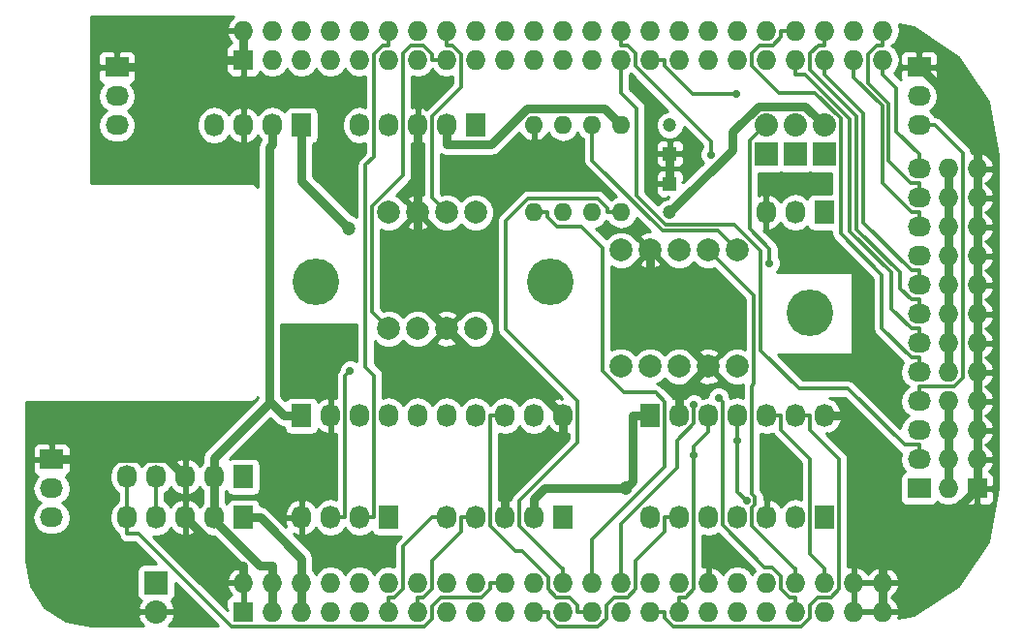
<source format=gbl>
G04 #@! TF.FileFunction,Copper,L2,Bot,Signal*
%FSLAX46Y46*%
G04 Gerber Fmt 4.6, Leading zero omitted, Abs format (unit mm)*
G04 Created by KiCad (PCBNEW 0.201601051410+6422~40~ubuntu14.04.1-stable) date Mo 18 Jan 2016 21:21:09 CET*
%MOMM*%
G01*
G04 APERTURE LIST*
%ADD10C,0.100000*%
%ADD11C,4.064000*%
%ADD12R,2.032000X1.727200*%
%ADD13O,2.032000X1.727200*%
%ADD14R,1.727200X1.727200*%
%ADD15O,1.727200X1.727200*%
%ADD16R,2.032000X2.032000*%
%ADD17O,2.032000X2.032000*%
%ADD18R,1.727200X2.032000*%
%ADD19O,1.727200X2.032000*%
%ADD20C,1.998980*%
%ADD21R,1.200000X1.200000*%
%ADD22C,1.200000*%
%ADD23O,1.600000X1.600000*%
%ADD24C,0.700000*%
%ADD25C,0.300000*%
%ADD26C,0.762000*%
%ADD27C,0.254000*%
G04 APERTURE END LIST*
D10*
D11*
X26035000Y30734000D03*
D12*
X78740000Y12700000D03*
D13*
X78740000Y15240000D03*
X78740000Y17780000D03*
X78740000Y20320000D03*
X78740000Y22860000D03*
X78740000Y25400000D03*
X78740000Y27940000D03*
X78740000Y30480000D03*
X78740000Y33020000D03*
X78740000Y35560000D03*
X78740000Y38100000D03*
X78740000Y40640000D03*
D14*
X83820000Y12700000D03*
D15*
X81280000Y12700000D03*
X83820000Y15240000D03*
X81280000Y15240000D03*
X83820000Y17780000D03*
X81280000Y17780000D03*
X83820000Y20320000D03*
X81280000Y20320000D03*
X83820000Y22860000D03*
X81280000Y22860000D03*
X83820000Y25400000D03*
X81280000Y25400000D03*
X83820000Y27940000D03*
X81280000Y27940000D03*
X83820000Y30480000D03*
X81280000Y30480000D03*
X83820000Y33020000D03*
X81280000Y33020000D03*
X83820000Y35560000D03*
X81280000Y35560000D03*
X83820000Y38100000D03*
X81280000Y38100000D03*
X83820000Y40640000D03*
X81280000Y40640000D03*
D16*
X70460000Y41910000D03*
D17*
X70460000Y44450000D03*
D18*
X24765000Y19050000D03*
D19*
X27305000Y19050000D03*
X29845000Y19050000D03*
X32385000Y19050000D03*
X34925000Y19050000D03*
X37465000Y19050000D03*
X40005000Y19050000D03*
X42545000Y19050000D03*
X45085000Y19050000D03*
X47625000Y19050000D03*
D18*
X55245000Y19050000D03*
D19*
X57785000Y19050000D03*
X60325000Y19050000D03*
X62865000Y19050000D03*
X65405000Y19050000D03*
X67945000Y19050000D03*
X70485000Y19050000D03*
D14*
X19685000Y50165000D03*
D15*
X19685000Y52705000D03*
X22225000Y50165000D03*
X22225000Y52705000D03*
X24765000Y50165000D03*
X24765000Y52705000D03*
X27305000Y50165000D03*
X27305000Y52705000D03*
X29845000Y50165000D03*
X29845000Y52705000D03*
X32385000Y50165000D03*
X32385000Y52705000D03*
X34925000Y50165000D03*
X34925000Y52705000D03*
X37465000Y50165000D03*
X37465000Y52705000D03*
X40005000Y50165000D03*
X40005000Y52705000D03*
X42545000Y50165000D03*
X42545000Y52705000D03*
X45085000Y50165000D03*
X45085000Y52705000D03*
X47625000Y50165000D03*
X47625000Y52705000D03*
X50165000Y50165000D03*
X50165000Y52705000D03*
X52705000Y50165000D03*
X52705000Y52705000D03*
X55245000Y50165000D03*
X55245000Y52705000D03*
X57785000Y50165000D03*
X57785000Y52705000D03*
X60325000Y50165000D03*
X60325000Y52705000D03*
X62865000Y50165000D03*
X62865000Y52705000D03*
X65405000Y50165000D03*
X65405000Y52705000D03*
X67945000Y50165000D03*
X67945000Y52705000D03*
X70485000Y50165000D03*
X70485000Y52705000D03*
X73025000Y50165000D03*
X73025000Y52705000D03*
X75565000Y50165000D03*
X75565000Y52705000D03*
D14*
X19685000Y1905000D03*
D15*
X19685000Y4445000D03*
X22225000Y1905000D03*
X22225000Y4445000D03*
X24765000Y1905000D03*
X24765000Y4445000D03*
X27305000Y1905000D03*
X27305000Y4445000D03*
X29845000Y1905000D03*
X29845000Y4445000D03*
X32385000Y1905000D03*
X32385000Y4445000D03*
X34925000Y1905000D03*
X34925000Y4445000D03*
X37465000Y1905000D03*
X37465000Y4445000D03*
X40005000Y1905000D03*
X40005000Y4445000D03*
X42545000Y1905000D03*
X42545000Y4445000D03*
X45085000Y1905000D03*
X45085000Y4445000D03*
X47625000Y1905000D03*
X47625000Y4445000D03*
X50165000Y1905000D03*
X50165000Y4445000D03*
X52705000Y1905000D03*
X52705000Y4445000D03*
X55245000Y1905000D03*
X55245000Y4445000D03*
X57785000Y1905000D03*
X57785000Y4445000D03*
X60325000Y1905000D03*
X60325000Y4445000D03*
X62865000Y1905000D03*
X62865000Y4445000D03*
X65405000Y1905000D03*
X65405000Y4445000D03*
X67945000Y1905000D03*
X67945000Y4445000D03*
X70485000Y1905000D03*
X70485000Y4445000D03*
X73025000Y1905000D03*
X73025000Y4445000D03*
X75565000Y1905000D03*
X75565000Y4445000D03*
D16*
X12065000Y4445000D03*
D17*
X12065000Y1905000D03*
D18*
X70485000Y10160000D03*
D19*
X67945000Y10160000D03*
X65405000Y10160000D03*
X62865000Y10160000D03*
X60325000Y10160000D03*
X57785000Y10160000D03*
X55245000Y10160000D03*
D16*
X67920000Y41910000D03*
D17*
X67920000Y44450000D03*
D16*
X65380000Y41910000D03*
D17*
X65380000Y44450000D03*
D20*
X62865000Y23368000D03*
X62865000Y33528000D03*
D21*
X56947000Y39319200D03*
D22*
X56947000Y36819200D03*
D21*
X56947000Y41960800D03*
D22*
X56947000Y44460800D03*
D18*
X19685000Y10160000D03*
D19*
X17145000Y10160000D03*
X14605000Y10160000D03*
X12065000Y10160000D03*
X9525000Y10160000D03*
D18*
X47625000Y10160000D03*
D19*
X45085000Y10160000D03*
X42545000Y10160000D03*
X40005000Y10160000D03*
X37465000Y10160000D03*
D11*
X69215000Y28067000D03*
X46482000Y30734000D03*
D12*
X8636000Y49530000D03*
D13*
X8636000Y46990000D03*
X8636000Y44450000D03*
D12*
X2921000Y15240000D03*
D13*
X2921000Y12700000D03*
X2921000Y10160000D03*
D12*
X78740000Y49530000D03*
D13*
X78740000Y46990000D03*
X78740000Y44450000D03*
D18*
X40005000Y44450000D03*
D19*
X37465000Y44450000D03*
X34925000Y44450000D03*
X32385000Y44450000D03*
X29845000Y44450000D03*
D18*
X32385000Y10160000D03*
D19*
X29845000Y10160000D03*
X27305000Y10160000D03*
X24765000Y10160000D03*
D20*
X40005000Y26670000D03*
X40005000Y36830000D03*
X37465000Y36830000D03*
X37465000Y26670000D03*
X32385000Y36830000D03*
X32385000Y26670000D03*
X34925000Y26670000D03*
X34925000Y36830000D03*
D23*
X45085000Y36830000D03*
X47625000Y36830000D03*
X50165000Y36830000D03*
X52705000Y36830000D03*
X52705000Y44450000D03*
X50165000Y44450000D03*
X47625000Y44450000D03*
X45085000Y44450000D03*
D18*
X24765000Y44450000D03*
D19*
X22225000Y44450000D03*
X19685000Y44450000D03*
X17145000Y44450000D03*
D18*
X19685000Y13716000D03*
D19*
X17145000Y13716000D03*
X14605000Y13716000D03*
X12065000Y13716000D03*
X9525000Y13716000D03*
D18*
X70460000Y36830000D03*
D19*
X67920000Y36830000D03*
X65380000Y36830000D03*
D20*
X52705000Y33528000D03*
X52705000Y23368000D03*
X55245000Y23368000D03*
X55245000Y33528000D03*
X57785000Y23368000D03*
X57785000Y33528000D03*
X60325000Y33528000D03*
X60325000Y23368000D03*
D24*
X60577800Y41881200D03*
X62765800Y47179800D03*
D22*
X28918100Y35421500D03*
X53135000Y12748400D03*
D24*
X63667100Y11614200D03*
X62865000Y16853200D03*
X65691200Y32396800D03*
X59055000Y15644200D03*
X59057000Y20028900D03*
X29033100Y22997000D03*
X61231300Y20607900D03*
D25*
X52705000Y52705000D02*
X52705000Y51437100D01*
X60577800Y43015200D02*
X60577800Y41881200D01*
X53972900Y49620100D02*
X60577800Y43015200D01*
X53972900Y50724000D02*
X53972900Y49620100D01*
X53259800Y51437100D02*
X53972900Y50724000D01*
X52705000Y51437100D02*
X53259800Y51437100D01*
X78740000Y15240000D02*
X78740000Y16507900D01*
X52705000Y47309300D02*
X52705000Y50165000D01*
X54059400Y45954900D02*
X52705000Y47309300D01*
X54059400Y38275300D02*
X54059400Y45954900D01*
X56552900Y35781800D02*
X54059400Y38275300D01*
X62603400Y35781800D02*
X56552900Y35781800D01*
X64928200Y33457000D02*
X62603400Y35781800D01*
X64928200Y24748300D02*
X64928200Y33457000D01*
X68248300Y21428200D02*
X64928200Y24748300D01*
X72551800Y21428200D02*
X68248300Y21428200D01*
X77472100Y16507900D02*
X72551800Y21428200D01*
X78740000Y16507900D02*
X77472100Y16507900D01*
X81801100Y21587900D02*
X78740000Y21587900D01*
X82552000Y22338800D02*
X81801100Y21587900D01*
X82552000Y42058300D02*
X82552000Y22338800D01*
X80160300Y44450000D02*
X82552000Y42058300D01*
X78740000Y44450000D02*
X80160300Y44450000D01*
X78740000Y20320000D02*
X78740000Y21587900D01*
X56512900Y49639600D02*
X56512900Y50165000D01*
X58972700Y47179800D02*
X56512900Y49639600D01*
X62765800Y47179800D02*
X58972700Y47179800D01*
X55245000Y50165000D02*
X56512900Y50165000D01*
X78062200Y24127900D02*
X78740000Y24127900D01*
X75513200Y26676900D02*
X78062200Y24127900D01*
X75513200Y31367400D02*
X75513200Y26676900D01*
X71880400Y35000200D02*
X75513200Y31367400D01*
X71880400Y45046500D02*
X71880400Y35000200D01*
X69624200Y47302700D02*
X71880400Y45046500D01*
X66472700Y47302700D02*
X69624200Y47302700D01*
X64135000Y49640400D02*
X66472700Y47302700D01*
X64135000Y50729400D02*
X64135000Y49640400D01*
X64842700Y51437100D02*
X64135000Y50729400D01*
X65964000Y51437100D02*
X64842700Y51437100D01*
X66677100Y52150200D02*
X65964000Y51437100D01*
X66677100Y52705000D02*
X66677100Y52150200D01*
X67945000Y52705000D02*
X66677100Y52705000D01*
X78740000Y22860000D02*
X78740000Y24127900D01*
X67945000Y50165000D02*
X67945000Y48897100D01*
X78740000Y25400000D02*
X78740000Y26667900D01*
X68813900Y48897100D02*
X67945000Y48897100D01*
X72702100Y45008900D02*
X68813900Y48897100D01*
X72702100Y35196800D02*
X72702100Y45008900D01*
X76306800Y31592100D02*
X72702100Y35196800D01*
X76306800Y28423300D02*
X76306800Y31592100D01*
X78062200Y26667900D02*
X76306800Y28423300D01*
X78740000Y26667900D02*
X78062200Y26667900D01*
X70485000Y52705000D02*
X70485000Y51437100D01*
X78740000Y27940000D02*
X78740000Y29207900D01*
X69930300Y51437100D02*
X70485000Y51437100D01*
X69212900Y50719700D02*
X69930300Y51437100D01*
X69212900Y49322400D02*
X69212900Y50719700D01*
X73312100Y45223200D02*
X69212900Y49322400D01*
X73312100Y35370900D02*
X73312100Y45223200D01*
X77089500Y31593500D02*
X73312100Y35370900D01*
X77089500Y30180600D02*
X77089500Y31593500D01*
X78062200Y29207900D02*
X77089500Y30180600D01*
X78740000Y29207900D02*
X78062200Y29207900D01*
X78062200Y31747900D02*
X78740000Y31747900D01*
X73866500Y35943600D02*
X78062200Y31747900D01*
X73866500Y45515600D02*
X73866500Y35943600D01*
X70485000Y48897100D02*
X73866500Y45515600D01*
X70485000Y50165000D02*
X70485000Y48897100D01*
X78740000Y30480000D02*
X78740000Y31747900D01*
X78740000Y35560000D02*
X78740000Y36827900D01*
X73025000Y50165000D02*
X73025000Y48897100D01*
X73025000Y48645600D02*
X73025000Y48897100D01*
X75529300Y46141300D02*
X73025000Y48645600D01*
X75529300Y39360900D02*
X75529300Y46141300D01*
X78062300Y36827900D02*
X75529300Y39360900D01*
X78740000Y36827900D02*
X78062300Y36827900D01*
X78740000Y38100000D02*
X78740000Y39367900D01*
X75565000Y52705000D02*
X75565000Y51437100D01*
X75039600Y51437100D02*
X75565000Y51437100D01*
X74295000Y50692500D02*
X75039600Y51437100D01*
X74295000Y48159400D02*
X74295000Y50692500D01*
X76083600Y46370800D02*
X74295000Y48159400D01*
X76083600Y41336600D02*
X76083600Y46370800D01*
X78052300Y39367900D02*
X76083600Y41336600D01*
X78740000Y39367900D02*
X78052300Y39367900D01*
X76732800Y43915100D02*
X78740000Y41907900D01*
X76732800Y47729300D02*
X76732800Y43915100D01*
X75565000Y48897100D02*
X76732800Y47729300D01*
X75565000Y50165000D02*
X75565000Y48897100D01*
X78740000Y40640000D02*
X78740000Y41907900D01*
D26*
X2921000Y15240000D02*
X4572300Y15240000D01*
X12953500Y15367500D02*
X14605000Y13716000D01*
X4699800Y15367500D02*
X12953500Y15367500D01*
X4572300Y15240000D02*
X4699800Y15367500D01*
X56947000Y41960800D02*
X56947000Y39319200D01*
X19685000Y52705000D02*
X19685000Y50165000D01*
X55245000Y28448000D02*
X55245000Y33528000D01*
X60325000Y23368000D02*
X55245000Y28448000D01*
X83820000Y44450000D02*
X83820000Y40640000D01*
X78740000Y49530000D02*
X83820000Y44450000D01*
X83820000Y40640000D02*
X83820000Y38100000D01*
X83820000Y38100000D02*
X83820000Y35560000D01*
X83820000Y35560000D02*
X83820000Y33020000D01*
X83820000Y33020000D02*
X83820000Y30480000D01*
X83820000Y30480000D02*
X83820000Y27940000D01*
X83820000Y27940000D02*
X83820000Y25400000D01*
X83820000Y25400000D02*
X83820000Y22860000D01*
X83820000Y22860000D02*
X83820000Y20320000D01*
X83820000Y20320000D02*
X83820000Y17780000D01*
X83820000Y17780000D02*
X83820000Y15240000D01*
X42545000Y10160000D02*
X42545000Y11811300D01*
X47625000Y16891300D02*
X47625000Y19050000D01*
X42545000Y11811300D02*
X47625000Y16891300D01*
X75565000Y4445000D02*
X75565000Y1905000D01*
X75565000Y4445000D02*
X75565000Y5943900D01*
X18821100Y5943900D02*
X19685000Y5943900D01*
X14605000Y10160000D02*
X18821100Y5943900D01*
X19685000Y4445000D02*
X19685000Y5943900D01*
X57785000Y20828000D02*
X57785000Y19050000D01*
X60325000Y23368000D02*
X57785000Y20828000D01*
X75565000Y15468900D02*
X75565000Y5943900D01*
X71983900Y19050000D02*
X75565000Y15468900D01*
X70485000Y19050000D02*
X71983900Y19050000D01*
X17551100Y49530000D02*
X18186100Y50165000D01*
X8636000Y49530000D02*
X17551100Y49530000D01*
X19685000Y50165000D02*
X18186100Y50165000D01*
X77063900Y5943900D02*
X83820000Y12700000D01*
X75565000Y5943900D02*
X77063900Y5943900D01*
X83820000Y12700000D02*
X83820000Y15240000D01*
X34925000Y44450000D02*
X34925000Y36830000D01*
X34925000Y29210000D02*
X37465000Y26670000D01*
X34925000Y36830000D02*
X34925000Y29210000D01*
X45477200Y21197800D02*
X47625000Y19050000D01*
X42937200Y21197800D02*
X45477200Y21197800D01*
X37465000Y26670000D02*
X42937200Y21197800D01*
X19685000Y10160000D02*
X21183900Y10160000D01*
X24765000Y6578900D02*
X24765000Y4445000D01*
X21183900Y10160000D02*
X24765000Y6578900D01*
X24765000Y4445000D02*
X24765000Y1905000D01*
X68791200Y46118800D02*
X70460000Y44450000D01*
X64704700Y46118800D02*
X68791200Y46118800D01*
X62434000Y43848100D02*
X64704700Y46118800D01*
X62434000Y42306200D02*
X62434000Y43848100D01*
X56947000Y36819200D02*
X62434000Y42306200D01*
X24765000Y39574600D02*
X24765000Y44450000D01*
X28918100Y35421500D02*
X24765000Y39574600D01*
X22225000Y4445000D02*
X22225000Y1905000D01*
X41354000Y42798700D02*
X37465000Y42798700D01*
X44477300Y45922000D02*
X41354000Y42798700D01*
X51233000Y45922000D02*
X44477300Y45922000D01*
X52705000Y44450000D02*
X51233000Y45922000D01*
X37465000Y44450000D02*
X37465000Y42798700D01*
X21122500Y5943900D02*
X22225000Y5943900D01*
X17145000Y9921400D02*
X21122500Y5943900D01*
X17145000Y10160000D02*
X17145000Y9921400D01*
X22225000Y4445000D02*
X22225000Y5943900D01*
X45085000Y10160000D02*
X45085000Y11811300D01*
X53746100Y13359500D02*
X53135000Y12748400D01*
X53746100Y19050000D02*
X53746100Y13359500D01*
X46022100Y12748400D02*
X45085000Y11811300D01*
X53135000Y12748400D02*
X46022100Y12748400D01*
X55245000Y19050000D02*
X53746100Y19050000D01*
X22225000Y44450000D02*
X22225000Y42798700D01*
X24765000Y19050000D02*
X23266100Y19050000D01*
X17145000Y10160000D02*
X17145000Y13716000D01*
X17145000Y13716000D02*
X17145000Y15367300D01*
X17145000Y15367300D02*
X22046900Y20269200D01*
X21947200Y20368900D02*
X22046900Y20269200D01*
X21947200Y42520900D02*
X21947200Y20368900D01*
X22225000Y42798700D02*
X21947200Y42520900D01*
X22046900Y20269200D02*
X23266100Y19050000D01*
D25*
X36197100Y50690400D02*
X36197100Y50165000D01*
X35452500Y51435000D02*
X36197100Y50690400D01*
X34360600Y51435000D02*
X35452500Y51435000D01*
X33657000Y50731400D02*
X34360600Y51435000D01*
X33657000Y40087400D02*
X33657000Y50731400D01*
X30941400Y37371800D02*
X33657000Y40087400D01*
X30941400Y28113600D02*
X30941400Y37371800D01*
X32385000Y26670000D02*
X30941400Y28113600D01*
X37465000Y50165000D02*
X36197100Y50165000D01*
X62865000Y12416300D02*
X62865000Y16853200D01*
X63667100Y11614200D02*
X62865000Y12416300D01*
X62865000Y16853200D02*
X62865000Y19050000D01*
X69212900Y17782100D02*
X69212900Y19050000D01*
X71755000Y15240000D02*
X69212900Y17782100D01*
X71755000Y3880600D02*
X71755000Y15240000D01*
X71051400Y3177000D02*
X71755000Y3880600D01*
X69907100Y3177000D02*
X71051400Y3177000D01*
X69212900Y2482800D02*
X69907100Y3177000D01*
X69212900Y1350200D02*
X69212900Y2482800D01*
X68477900Y615200D02*
X69212900Y1350200D01*
X57248000Y615200D02*
X68477900Y615200D01*
X56512900Y1350300D02*
X57248000Y615200D01*
X56512900Y1905000D02*
X56512900Y1350300D01*
X55245000Y1905000D02*
X56512900Y1905000D01*
X67945000Y19050000D02*
X69212900Y19050000D01*
X35450400Y3172900D02*
X34925000Y3172900D01*
X36195000Y3917500D02*
X35450400Y3172900D01*
X36195000Y6350000D02*
X36195000Y3917500D01*
X38737100Y8892100D02*
X36195000Y6350000D01*
X38737100Y10160000D02*
X38737100Y8892100D01*
X40005000Y10160000D02*
X38737100Y10160000D01*
X34925000Y1905000D02*
X34925000Y3172900D01*
X32910400Y3172900D02*
X32385000Y3172900D01*
X33655000Y3917500D02*
X32910400Y3172900D01*
X33655000Y7617900D02*
X33655000Y3917500D01*
X36197100Y10160000D02*
X33655000Y7617900D01*
X37465000Y10160000D02*
X36197100Y10160000D01*
X32385000Y1905000D02*
X32385000Y3172900D01*
X56517100Y8892100D02*
X56517100Y10160000D01*
X53975000Y6350000D02*
X56517100Y8892100D01*
X53975000Y3880600D02*
X53975000Y6350000D01*
X53271400Y3177000D02*
X53975000Y3880600D01*
X52142600Y3177000D02*
X53271400Y3177000D01*
X51437000Y2471400D02*
X52142600Y3177000D01*
X51437000Y1332800D02*
X51437000Y2471400D01*
X50692100Y587900D02*
X51437000Y1332800D01*
X47115300Y587900D02*
X50692100Y587900D01*
X46352900Y1350300D02*
X47115300Y587900D01*
X46352900Y1905000D02*
X46352900Y1350300D01*
X45085000Y1905000D02*
X46352900Y1905000D01*
X57785000Y10160000D02*
X56517100Y10160000D01*
X47525700Y5712900D02*
X47625000Y5712900D01*
X43815000Y9423600D02*
X47525700Y5712900D01*
X43815000Y11652100D02*
X43815000Y9423600D01*
X48895200Y16732300D02*
X43815000Y11652100D01*
X48895200Y20355300D02*
X48895200Y16732300D01*
X42639100Y26611400D02*
X48895200Y20355300D01*
X42639100Y36093100D02*
X42639100Y26611400D01*
X44594000Y38048000D02*
X42639100Y36093100D01*
X50659000Y38048000D02*
X44594000Y38048000D01*
X51500700Y37206300D02*
X50659000Y38048000D01*
X51500700Y36830000D02*
X51500700Y37206300D01*
X52705000Y36830000D02*
X51500700Y36830000D01*
X47625000Y4445000D02*
X47625000Y5712900D01*
X50165000Y8275700D02*
X50165000Y4445000D01*
X56513000Y14623700D02*
X50165000Y8275700D01*
X56513000Y20292700D02*
X56513000Y14623700D01*
X55716800Y21088900D02*
X56513000Y20292700D01*
X52990200Y21088900D02*
X55716800Y21088900D01*
X51101900Y22977200D02*
X52990200Y21088900D01*
X51101900Y33733400D02*
X51101900Y22977200D01*
X49209600Y35625700D02*
X51101900Y33733400D01*
X47117200Y35625700D02*
X49209600Y35625700D01*
X46289300Y36453600D02*
X47117200Y35625700D01*
X46289300Y36830000D02*
X46289300Y36453600D01*
X45085000Y36830000D02*
X46289300Y36830000D01*
X61165600Y35227400D02*
X62865000Y33528000D01*
X56323100Y35227400D02*
X61165600Y35227400D01*
X50165000Y41385500D02*
X56323100Y35227400D01*
X50165000Y44450000D02*
X50165000Y41385500D01*
X65691200Y33636200D02*
X65691200Y32396800D01*
X63940100Y35387300D02*
X65691200Y33636200D01*
X63940100Y43093700D02*
X63940100Y35387300D01*
X65296400Y44450000D02*
X63940100Y43093700D01*
X65380000Y44450000D02*
X65296400Y44450000D01*
X12065000Y13716000D02*
X12065000Y10160000D01*
X9525000Y13716000D02*
X9525000Y10160000D01*
X41277100Y3919600D02*
X41277100Y4445000D01*
X40532500Y3175000D02*
X41277100Y3919600D01*
X36932100Y3175000D02*
X40532500Y3175000D01*
X36195000Y2437900D02*
X36932100Y3175000D01*
X36195000Y1313400D02*
X36195000Y2437900D01*
X35505400Y623800D02*
X36195000Y1313400D01*
X18628700Y623800D02*
X35505400Y623800D01*
X10512800Y8739700D02*
X18628700Y623800D01*
X9525000Y8739700D02*
X10512800Y8739700D01*
X9525000Y10160000D02*
X9525000Y8739700D01*
X42545000Y4445000D02*
X41277100Y4445000D01*
D26*
X81280000Y40640000D02*
X81280000Y38100000D01*
X81280000Y38100000D02*
X81280000Y35560000D01*
X81280000Y35560000D02*
X81280000Y33020000D01*
X81280000Y33020000D02*
X81280000Y30480000D01*
X81280000Y30480000D02*
X81280000Y27940000D01*
X81280000Y20320000D02*
X81280000Y17780000D01*
X81280000Y17780000D02*
X81280000Y15240000D01*
X81280000Y15240000D02*
X81280000Y12700000D01*
X81280000Y27940000D02*
X81280000Y25400000D01*
X81280000Y25400000D02*
X81280000Y22860000D01*
D25*
X60325000Y19050000D02*
X60325000Y17629700D01*
X59055000Y16359700D02*
X59055000Y15644200D01*
X60325000Y17629700D02*
X59055000Y16359700D01*
X59055000Y3888200D02*
X59055000Y15644200D01*
X58339700Y3172900D02*
X59055000Y3888200D01*
X57785000Y3172900D02*
X58339700Y3172900D01*
X57785000Y1905000D02*
X57785000Y3172900D01*
X41277100Y9435900D02*
X41277100Y19050000D01*
X43484700Y7228300D02*
X41277100Y9435900D01*
X44103600Y7228300D02*
X43484700Y7228300D01*
X46355000Y4976900D02*
X44103600Y7228300D01*
X46355000Y3880600D02*
X46355000Y4976900D01*
X47062700Y3172900D02*
X46355000Y3880600D01*
X48184000Y3172900D02*
X47062700Y3172900D01*
X48897100Y2459800D02*
X48184000Y3172900D01*
X48897100Y1905000D02*
X48897100Y2459800D01*
X50165000Y1905000D02*
X48897100Y1905000D01*
X42545000Y19050000D02*
X41277100Y19050000D01*
X59057000Y18376400D02*
X59057000Y20028900D01*
X57590000Y16909400D02*
X59057000Y18376400D01*
X57590000Y14508800D02*
X57590000Y16909400D01*
X52705000Y9623800D02*
X57590000Y14508800D01*
X52705000Y4445000D02*
X52705000Y9623800D01*
X66672900Y17782100D02*
X66672900Y19050000D01*
X69217100Y15237900D02*
X66672900Y17782100D01*
X69217100Y6980800D02*
X69217100Y15237900D01*
X70485000Y5712900D02*
X69217100Y6980800D01*
X70485000Y4445000D02*
X70485000Y5712900D01*
X65405000Y19050000D02*
X66672900Y19050000D01*
X31859600Y51437100D02*
X32385000Y51437100D01*
X31115000Y50692500D02*
X31859600Y51437100D01*
X31115000Y41720400D02*
X31115000Y50692500D01*
X30387000Y40992400D02*
X31115000Y41720400D01*
X30387000Y23290800D02*
X30387000Y40992400D01*
X31112900Y22564900D02*
X30387000Y23290800D01*
X31112900Y10160000D02*
X31112900Y22564900D01*
X29845000Y10160000D02*
X31112900Y10160000D01*
X32385000Y52705000D02*
X32385000Y51437100D01*
X37990400Y51437100D02*
X37465000Y51437100D01*
X38735000Y50692500D02*
X37990400Y51437100D01*
X38735000Y47756300D02*
X38735000Y50692500D01*
X36195000Y45216300D02*
X38735000Y47756300D01*
X36195000Y38100000D02*
X36195000Y45216300D01*
X37465000Y36830000D02*
X36195000Y38100000D01*
X37465000Y52705000D02*
X37465000Y51437100D01*
X28572900Y22536800D02*
X29033100Y22997000D01*
X28572900Y10160000D02*
X28572900Y22536800D01*
X27305000Y10160000D02*
X28572900Y10160000D01*
X67419600Y3172900D02*
X67945000Y3172900D01*
X66675000Y3917500D02*
X67419600Y3172900D01*
X66675000Y5019400D02*
X66675000Y3917500D01*
X65873200Y5821200D02*
X66675000Y5019400D01*
X65249500Y5821200D02*
X65873200Y5821200D01*
X61595000Y9475700D02*
X65249500Y5821200D01*
X61595000Y20244200D02*
X61595000Y9475700D01*
X61231300Y20607900D02*
X61595000Y20244200D01*
X67945000Y1905000D02*
X67945000Y3172900D01*
X67945000Y4445000D02*
X67945000Y5712900D01*
X67865800Y5712900D02*
X67945000Y5712900D01*
X64135000Y9443700D02*
X67865800Y5712900D01*
X64135000Y11015400D02*
X64135000Y9443700D01*
X64421400Y11301800D02*
X64135000Y11015400D01*
X64421400Y11926600D02*
X64421400Y11301800D01*
X64135000Y12213000D02*
X64421400Y11926600D01*
X64135000Y21659800D02*
X64135000Y12213000D01*
X64312500Y21837300D02*
X64135000Y21659800D01*
X64312500Y29540500D02*
X64312500Y21837300D01*
X60325000Y33528000D02*
X64312500Y29540500D01*
D27*
G36*
X20931200Y20590341D02*
X16426580Y16085720D01*
X16206338Y15756107D01*
X16206338Y15756106D01*
X16129000Y15367300D01*
X16129000Y14989594D01*
X16085330Y14960415D01*
X15878539Y14650931D01*
X15507036Y15066732D01*
X14979791Y15320709D01*
X14964026Y15323358D01*
X14732000Y15202217D01*
X14732000Y13843000D01*
X14752000Y13843000D01*
X14752000Y13589000D01*
X14732000Y13589000D01*
X14732000Y12229783D01*
X14964026Y12108642D01*
X14979791Y12111291D01*
X15507036Y12365268D01*
X15878539Y12781069D01*
X16085330Y12471585D01*
X16129000Y12442406D01*
X16129000Y11433594D01*
X16085330Y11404415D01*
X15878539Y11094931D01*
X15507036Y11510732D01*
X14979791Y11764709D01*
X14964026Y11767358D01*
X14732000Y11646217D01*
X14732000Y10287000D01*
X14752000Y10287000D01*
X14752000Y10033000D01*
X14732000Y10033000D01*
X14732000Y8673783D01*
X14964026Y8552642D01*
X14979791Y8555291D01*
X15507036Y8809268D01*
X15878539Y9225069D01*
X16085330Y8915585D01*
X16571511Y8590729D01*
X17145000Y8476655D01*
X17151593Y8477966D01*
X19837453Y5792106D01*
X19812000Y5778817D01*
X19812000Y4572000D01*
X19832000Y4572000D01*
X19832000Y4318000D01*
X19812000Y4318000D01*
X19812000Y2032000D01*
X19832000Y2032000D01*
X19832000Y1778000D01*
X19812000Y1778000D01*
X19812000Y1758000D01*
X19558000Y1758000D01*
X19558000Y1778000D01*
X19538000Y1778000D01*
X19538000Y2032000D01*
X19558000Y2032000D01*
X19558000Y4318000D01*
X18350531Y4318000D01*
X18230032Y4085973D01*
X18478179Y3556510D01*
X18661119Y3389529D01*
X18461701Y3306927D01*
X18283073Y3128298D01*
X18186400Y2894909D01*
X18186400Y2190750D01*
X18345148Y2032002D01*
X18330656Y2032002D01*
X15558631Y4804027D01*
X18230032Y4804027D01*
X18350531Y4572000D01*
X19558000Y4572000D01*
X19558000Y5778817D01*
X19325974Y5899958D01*
X18910053Y5727688D01*
X18478179Y5333490D01*
X18230032Y4804027D01*
X15558631Y4804027D01*
X11841558Y8521100D01*
X12065000Y8476655D01*
X12638489Y8590729D01*
X13124670Y8915585D01*
X13331461Y9225069D01*
X13702964Y8809268D01*
X14230209Y8555291D01*
X14245974Y8552642D01*
X14478000Y8673783D01*
X14478000Y10033000D01*
X14458000Y10033000D01*
X14458000Y10287000D01*
X14478000Y10287000D01*
X14478000Y11646217D01*
X14245974Y11767358D01*
X14230209Y11764709D01*
X13702964Y11510732D01*
X13331461Y11094931D01*
X13124670Y11404415D01*
X12850000Y11587944D01*
X12850000Y12288056D01*
X13124670Y12471585D01*
X13331461Y12781069D01*
X13702964Y12365268D01*
X14230209Y12111291D01*
X14245974Y12108642D01*
X14478000Y12229783D01*
X14478000Y13589000D01*
X14458000Y13589000D01*
X14458000Y13843000D01*
X14478000Y13843000D01*
X14478000Y15202217D01*
X14245974Y15323358D01*
X14230209Y15320709D01*
X13702964Y15066732D01*
X13331461Y14650931D01*
X13124670Y14960415D01*
X12638489Y15285271D01*
X12065000Y15399345D01*
X11491511Y15285271D01*
X11005330Y14960415D01*
X10795000Y14645634D01*
X10584670Y14960415D01*
X10098489Y15285271D01*
X9525000Y15399345D01*
X8951511Y15285271D01*
X8465330Y14960415D01*
X8140474Y14474234D01*
X8026400Y13900745D01*
X8026400Y13531255D01*
X8140474Y12957766D01*
X8465330Y12471585D01*
X8740000Y12288056D01*
X8740000Y11587944D01*
X8465330Y11404415D01*
X8140474Y10918234D01*
X8026400Y10344745D01*
X8026400Y9975255D01*
X8140474Y9401766D01*
X8465330Y8915585D01*
X8741754Y8730885D01*
X8799755Y8439294D01*
X8969921Y8184621D01*
X9224594Y8014455D01*
X9525000Y7954700D01*
X10187642Y7954700D01*
X12033902Y6108440D01*
X11049000Y6108440D01*
X10813683Y6064162D01*
X10597559Y5925090D01*
X10452569Y5712890D01*
X10401560Y5461000D01*
X10401560Y3429000D01*
X10445838Y3193683D01*
X10584910Y2977559D01*
X10747948Y2866160D01*
X10658615Y2769818D01*
X10459025Y2287944D01*
X10578164Y2032000D01*
X11938000Y2032000D01*
X11938000Y2052000D01*
X12192000Y2052000D01*
X12192000Y2032000D01*
X13551836Y2032000D01*
X13670975Y2287944D01*
X13471385Y2769818D01*
X13380903Y2867398D01*
X13532441Y2964910D01*
X13677431Y3177110D01*
X13728440Y3429000D01*
X13728440Y4413902D01*
X17457342Y685000D01*
X13142042Y685000D01*
X13471385Y1040182D01*
X13670975Y1522056D01*
X13551836Y1778000D01*
X12192000Y1778000D01*
X12192000Y1758000D01*
X11938000Y1758000D01*
X11938000Y1778000D01*
X10578164Y1778000D01*
X10459025Y1522056D01*
X10658615Y1040182D01*
X10987958Y685000D01*
X6417467Y685000D01*
X4187235Y1128621D01*
X2353730Y2353730D01*
X1128621Y4187235D01*
X685000Y6417467D01*
X685000Y12700000D01*
X1237655Y12700000D01*
X1351729Y12126511D01*
X1676585Y11640330D01*
X1991366Y11430000D01*
X1676585Y11219670D01*
X1351729Y10733489D01*
X1237655Y10160000D01*
X1351729Y9586511D01*
X1676585Y9100330D01*
X2162766Y8775474D01*
X2736255Y8661400D01*
X3105745Y8661400D01*
X3679234Y8775474D01*
X4165415Y9100330D01*
X4490271Y9586511D01*
X4604345Y10160000D01*
X4490271Y10733489D01*
X4165415Y11219670D01*
X3850634Y11430000D01*
X4165415Y11640330D01*
X4490271Y12126511D01*
X4604345Y12700000D01*
X4490271Y13273489D01*
X4165415Y13759670D01*
X4143220Y13774500D01*
X4296698Y13838073D01*
X4475327Y14016701D01*
X4572000Y14250090D01*
X4572000Y14954250D01*
X4413250Y15113000D01*
X3048000Y15113000D01*
X3048000Y15093000D01*
X2794000Y15093000D01*
X2794000Y15113000D01*
X1428750Y15113000D01*
X1270000Y14954250D01*
X1270000Y14250090D01*
X1366673Y14016701D01*
X1545302Y13838073D01*
X1698780Y13774500D01*
X1676585Y13759670D01*
X1351729Y13273489D01*
X1237655Y12700000D01*
X685000Y12700000D01*
X685000Y16229910D01*
X1270000Y16229910D01*
X1270000Y15525750D01*
X1428750Y15367000D01*
X2794000Y15367000D01*
X2794000Y16579850D01*
X3048000Y16579850D01*
X3048000Y15367000D01*
X4413250Y15367000D01*
X4572000Y15525750D01*
X4572000Y16229910D01*
X4475327Y16463299D01*
X4296698Y16641927D01*
X4063309Y16738600D01*
X3206750Y16738600D01*
X3048000Y16579850D01*
X2794000Y16579850D01*
X2635250Y16738600D01*
X1778691Y16738600D01*
X1545302Y16641927D01*
X1366673Y16463299D01*
X1270000Y16229910D01*
X685000Y16229910D01*
X685000Y20270000D01*
X20320000Y20270000D01*
X20582138Y20322143D01*
X20804368Y20470632D01*
X20931200Y20660450D01*
X20931200Y20590341D01*
X20931200Y20590341D01*
G37*
X20931200Y20590341D02*
X16426580Y16085720D01*
X16206338Y15756107D01*
X16206338Y15756106D01*
X16129000Y15367300D01*
X16129000Y14989594D01*
X16085330Y14960415D01*
X15878539Y14650931D01*
X15507036Y15066732D01*
X14979791Y15320709D01*
X14964026Y15323358D01*
X14732000Y15202217D01*
X14732000Y13843000D01*
X14752000Y13843000D01*
X14752000Y13589000D01*
X14732000Y13589000D01*
X14732000Y12229783D01*
X14964026Y12108642D01*
X14979791Y12111291D01*
X15507036Y12365268D01*
X15878539Y12781069D01*
X16085330Y12471585D01*
X16129000Y12442406D01*
X16129000Y11433594D01*
X16085330Y11404415D01*
X15878539Y11094931D01*
X15507036Y11510732D01*
X14979791Y11764709D01*
X14964026Y11767358D01*
X14732000Y11646217D01*
X14732000Y10287000D01*
X14752000Y10287000D01*
X14752000Y10033000D01*
X14732000Y10033000D01*
X14732000Y8673783D01*
X14964026Y8552642D01*
X14979791Y8555291D01*
X15507036Y8809268D01*
X15878539Y9225069D01*
X16085330Y8915585D01*
X16571511Y8590729D01*
X17145000Y8476655D01*
X17151593Y8477966D01*
X19837453Y5792106D01*
X19812000Y5778817D01*
X19812000Y4572000D01*
X19832000Y4572000D01*
X19832000Y4318000D01*
X19812000Y4318000D01*
X19812000Y2032000D01*
X19832000Y2032000D01*
X19832000Y1778000D01*
X19812000Y1778000D01*
X19812000Y1758000D01*
X19558000Y1758000D01*
X19558000Y1778000D01*
X19538000Y1778000D01*
X19538000Y2032000D01*
X19558000Y2032000D01*
X19558000Y4318000D01*
X18350531Y4318000D01*
X18230032Y4085973D01*
X18478179Y3556510D01*
X18661119Y3389529D01*
X18461701Y3306927D01*
X18283073Y3128298D01*
X18186400Y2894909D01*
X18186400Y2190750D01*
X18345148Y2032002D01*
X18330656Y2032002D01*
X15558631Y4804027D01*
X18230032Y4804027D01*
X18350531Y4572000D01*
X19558000Y4572000D01*
X19558000Y5778817D01*
X19325974Y5899958D01*
X18910053Y5727688D01*
X18478179Y5333490D01*
X18230032Y4804027D01*
X15558631Y4804027D01*
X11841558Y8521100D01*
X12065000Y8476655D01*
X12638489Y8590729D01*
X13124670Y8915585D01*
X13331461Y9225069D01*
X13702964Y8809268D01*
X14230209Y8555291D01*
X14245974Y8552642D01*
X14478000Y8673783D01*
X14478000Y10033000D01*
X14458000Y10033000D01*
X14458000Y10287000D01*
X14478000Y10287000D01*
X14478000Y11646217D01*
X14245974Y11767358D01*
X14230209Y11764709D01*
X13702964Y11510732D01*
X13331461Y11094931D01*
X13124670Y11404415D01*
X12850000Y11587944D01*
X12850000Y12288056D01*
X13124670Y12471585D01*
X13331461Y12781069D01*
X13702964Y12365268D01*
X14230209Y12111291D01*
X14245974Y12108642D01*
X14478000Y12229783D01*
X14478000Y13589000D01*
X14458000Y13589000D01*
X14458000Y13843000D01*
X14478000Y13843000D01*
X14478000Y15202217D01*
X14245974Y15323358D01*
X14230209Y15320709D01*
X13702964Y15066732D01*
X13331461Y14650931D01*
X13124670Y14960415D01*
X12638489Y15285271D01*
X12065000Y15399345D01*
X11491511Y15285271D01*
X11005330Y14960415D01*
X10795000Y14645634D01*
X10584670Y14960415D01*
X10098489Y15285271D01*
X9525000Y15399345D01*
X8951511Y15285271D01*
X8465330Y14960415D01*
X8140474Y14474234D01*
X8026400Y13900745D01*
X8026400Y13531255D01*
X8140474Y12957766D01*
X8465330Y12471585D01*
X8740000Y12288056D01*
X8740000Y11587944D01*
X8465330Y11404415D01*
X8140474Y10918234D01*
X8026400Y10344745D01*
X8026400Y9975255D01*
X8140474Y9401766D01*
X8465330Y8915585D01*
X8741754Y8730885D01*
X8799755Y8439294D01*
X8969921Y8184621D01*
X9224594Y8014455D01*
X9525000Y7954700D01*
X10187642Y7954700D01*
X12033902Y6108440D01*
X11049000Y6108440D01*
X10813683Y6064162D01*
X10597559Y5925090D01*
X10452569Y5712890D01*
X10401560Y5461000D01*
X10401560Y3429000D01*
X10445838Y3193683D01*
X10584910Y2977559D01*
X10747948Y2866160D01*
X10658615Y2769818D01*
X10459025Y2287944D01*
X10578164Y2032000D01*
X11938000Y2032000D01*
X11938000Y2052000D01*
X12192000Y2052000D01*
X12192000Y2032000D01*
X13551836Y2032000D01*
X13670975Y2287944D01*
X13471385Y2769818D01*
X13380903Y2867398D01*
X13532441Y2964910D01*
X13677431Y3177110D01*
X13728440Y3429000D01*
X13728440Y4413902D01*
X17457342Y685000D01*
X13142042Y685000D01*
X13471385Y1040182D01*
X13670975Y1522056D01*
X13551836Y1778000D01*
X12192000Y1778000D01*
X12192000Y1758000D01*
X11938000Y1758000D01*
X11938000Y1778000D01*
X10578164Y1778000D01*
X10459025Y1522056D01*
X10658615Y1040182D01*
X10987958Y685000D01*
X6417467Y685000D01*
X4187235Y1128621D01*
X2353730Y2353730D01*
X1128621Y4187235D01*
X685000Y6417467D01*
X685000Y12700000D01*
X1237655Y12700000D01*
X1351729Y12126511D01*
X1676585Y11640330D01*
X1991366Y11430000D01*
X1676585Y11219670D01*
X1351729Y10733489D01*
X1237655Y10160000D01*
X1351729Y9586511D01*
X1676585Y9100330D01*
X2162766Y8775474D01*
X2736255Y8661400D01*
X3105745Y8661400D01*
X3679234Y8775474D01*
X4165415Y9100330D01*
X4490271Y9586511D01*
X4604345Y10160000D01*
X4490271Y10733489D01*
X4165415Y11219670D01*
X3850634Y11430000D01*
X4165415Y11640330D01*
X4490271Y12126511D01*
X4604345Y12700000D01*
X4490271Y13273489D01*
X4165415Y13759670D01*
X4143220Y13774500D01*
X4296698Y13838073D01*
X4475327Y14016701D01*
X4572000Y14250090D01*
X4572000Y14954250D01*
X4413250Y15113000D01*
X3048000Y15113000D01*
X3048000Y15093000D01*
X2794000Y15093000D01*
X2794000Y15113000D01*
X1428750Y15113000D01*
X1270000Y14954250D01*
X1270000Y14250090D01*
X1366673Y14016701D01*
X1545302Y13838073D01*
X1698780Y13774500D01*
X1676585Y13759670D01*
X1351729Y13273489D01*
X1237655Y12700000D01*
X685000Y12700000D01*
X685000Y16229910D01*
X1270000Y16229910D01*
X1270000Y15525750D01*
X1428750Y15367000D01*
X2794000Y15367000D01*
X2794000Y16579850D01*
X3048000Y16579850D01*
X3048000Y15367000D01*
X4413250Y15367000D01*
X4572000Y15525750D01*
X4572000Y16229910D01*
X4475327Y16463299D01*
X4296698Y16641927D01*
X4063309Y16738600D01*
X3206750Y16738600D01*
X3048000Y16579850D01*
X2794000Y16579850D01*
X2635250Y16738600D01*
X1778691Y16738600D01*
X1545302Y16641927D01*
X1366673Y16463299D01*
X1270000Y16229910D01*
X685000Y16229910D01*
X685000Y20270000D01*
X20320000Y20270000D01*
X20582138Y20322143D01*
X20804368Y20470632D01*
X20931200Y20660450D01*
X20931200Y20590341D01*
G36*
X78252805Y52998014D02*
X82146397Y50396399D01*
X84748014Y46502805D01*
X85675000Y41842533D01*
X85675000Y12767467D01*
X84748014Y8107195D01*
X82146397Y4213601D01*
X78252805Y1611986D01*
X76927339Y1348334D01*
X77019968Y1545973D01*
X76899469Y1778000D01*
X75692000Y1778000D01*
X75692000Y1758000D01*
X75438000Y1758000D01*
X75438000Y1778000D01*
X73152000Y1778000D01*
X73152000Y1758000D01*
X72898000Y1758000D01*
X72898000Y1778000D01*
X72878000Y1778000D01*
X72878000Y2032000D01*
X72898000Y2032000D01*
X72898000Y4318000D01*
X73152000Y4318000D01*
X73152000Y2032000D01*
X75438000Y2032000D01*
X75438000Y4318000D01*
X75692000Y4318000D01*
X75692000Y2032000D01*
X76899469Y2032000D01*
X77019968Y2264027D01*
X76771821Y2793490D01*
X76353848Y3175000D01*
X76771821Y3556510D01*
X77019968Y4085973D01*
X76899469Y4318000D01*
X75692000Y4318000D01*
X75438000Y4318000D01*
X73152000Y4318000D01*
X72898000Y4318000D01*
X72878000Y4318000D01*
X72878000Y4572000D01*
X72898000Y4572000D01*
X72898000Y5778817D01*
X73152000Y5778817D01*
X73152000Y4572000D01*
X75438000Y4572000D01*
X75438000Y5778817D01*
X75692000Y5778817D01*
X75692000Y4572000D01*
X76899469Y4572000D01*
X77019968Y4804027D01*
X76771821Y5333490D01*
X76339947Y5727688D01*
X75924026Y5899958D01*
X75692000Y5778817D01*
X75438000Y5778817D01*
X75205974Y5899958D01*
X74790053Y5727688D01*
X74358179Y5333490D01*
X74295000Y5198687D01*
X74231821Y5333490D01*
X73799947Y5727688D01*
X73384026Y5899958D01*
X73152000Y5778817D01*
X72898000Y5778817D01*
X72665974Y5899958D01*
X72540000Y5847781D01*
X72540000Y15240000D01*
X72514678Y15367300D01*
X72480245Y15540407D01*
X72310079Y15795079D01*
X70612002Y17493156D01*
X70612002Y17563782D01*
X70844026Y17442642D01*
X70859791Y17445291D01*
X71387036Y17699268D01*
X71776954Y18135680D01*
X71970184Y18688087D01*
X71825924Y18923000D01*
X70612000Y18923000D01*
X70612000Y18903000D01*
X70358000Y18903000D01*
X70358000Y18923000D01*
X70338000Y18923000D01*
X70338000Y19177000D01*
X70358000Y19177000D01*
X70358000Y19197000D01*
X70612000Y19197000D01*
X70612000Y19177000D01*
X71825924Y19177000D01*
X71970184Y19411913D01*
X71776954Y19964320D01*
X71387036Y20400732D01*
X70883683Y20643200D01*
X72226642Y20643200D01*
X76917021Y15952821D01*
X77165428Y15786841D01*
X77056655Y15240000D01*
X77170729Y14666511D01*
X77495585Y14180330D01*
X77509913Y14170757D01*
X77488683Y14166762D01*
X77272559Y14027690D01*
X77127569Y13815490D01*
X77076560Y13563600D01*
X77076560Y11836400D01*
X77120838Y11601083D01*
X77259910Y11384959D01*
X77472110Y11239969D01*
X77724000Y11188960D01*
X79756000Y11188960D01*
X79991317Y11233238D01*
X80207441Y11372310D01*
X80328008Y11548765D01*
X80677152Y11315474D01*
X81250641Y11201400D01*
X81309359Y11201400D01*
X81882848Y11315474D01*
X82354356Y11630526D01*
X82418073Y11476701D01*
X82596702Y11298073D01*
X82830091Y11201400D01*
X83534250Y11201400D01*
X83693000Y11360150D01*
X83693000Y12573000D01*
X83947000Y12573000D01*
X83947000Y11360150D01*
X84105750Y11201400D01*
X84809909Y11201400D01*
X85043298Y11298073D01*
X85221927Y11476701D01*
X85318600Y11710090D01*
X85318600Y12414250D01*
X85159850Y12573000D01*
X83947000Y12573000D01*
X83693000Y12573000D01*
X83673000Y12573000D01*
X83673000Y12827000D01*
X83693000Y12827000D01*
X83693000Y15113000D01*
X83947000Y15113000D01*
X83947000Y12827000D01*
X85159850Y12827000D01*
X85318600Y12985750D01*
X85318600Y13689910D01*
X85221927Y13923299D01*
X85043298Y14101927D01*
X84845880Y14183700D01*
X85102688Y14465053D01*
X85274958Y14880974D01*
X85153817Y15113000D01*
X83947000Y15113000D01*
X83693000Y15113000D01*
X83673000Y15113000D01*
X83673000Y15367000D01*
X83693000Y15367000D01*
X83693000Y17653000D01*
X83947000Y17653000D01*
X83947000Y15367000D01*
X85153817Y15367000D01*
X85274958Y15599026D01*
X85102688Y16014947D01*
X84708490Y16446821D01*
X84573687Y16510000D01*
X84708490Y16573179D01*
X85102688Y17005053D01*
X85274958Y17420974D01*
X85153817Y17653000D01*
X83947000Y17653000D01*
X83693000Y17653000D01*
X83673000Y17653000D01*
X83673000Y17907000D01*
X83693000Y17907000D01*
X83693000Y20193000D01*
X83947000Y20193000D01*
X83947000Y17907000D01*
X85153817Y17907000D01*
X85274958Y18139026D01*
X85102688Y18554947D01*
X84708490Y18986821D01*
X84573687Y19050000D01*
X84708490Y19113179D01*
X85102688Y19545053D01*
X85274958Y19960974D01*
X85153817Y20193000D01*
X83947000Y20193000D01*
X83693000Y20193000D01*
X83673000Y20193000D01*
X83673000Y20447000D01*
X83693000Y20447000D01*
X83693000Y22733000D01*
X83947000Y22733000D01*
X83947000Y20447000D01*
X85153817Y20447000D01*
X85274958Y20679026D01*
X85102688Y21094947D01*
X84708490Y21526821D01*
X84573687Y21590000D01*
X84708490Y21653179D01*
X85102688Y22085053D01*
X85274958Y22500974D01*
X85153817Y22733000D01*
X83947000Y22733000D01*
X83693000Y22733000D01*
X83673000Y22733000D01*
X83673000Y22987000D01*
X83693000Y22987000D01*
X83693000Y25273000D01*
X83947000Y25273000D01*
X83947000Y22987000D01*
X85153817Y22987000D01*
X85274958Y23219026D01*
X85102688Y23634947D01*
X84708490Y24066821D01*
X84573687Y24130000D01*
X84708490Y24193179D01*
X85102688Y24625053D01*
X85274958Y25040974D01*
X85153817Y25273000D01*
X83947000Y25273000D01*
X83693000Y25273000D01*
X83673000Y25273000D01*
X83673000Y25527000D01*
X83693000Y25527000D01*
X83693000Y27813000D01*
X83947000Y27813000D01*
X83947000Y25527000D01*
X85153817Y25527000D01*
X85274958Y25759026D01*
X85102688Y26174947D01*
X84708490Y26606821D01*
X84573687Y26670000D01*
X84708490Y26733179D01*
X85102688Y27165053D01*
X85274958Y27580974D01*
X85153817Y27813000D01*
X83947000Y27813000D01*
X83693000Y27813000D01*
X83673000Y27813000D01*
X83673000Y28067000D01*
X83693000Y28067000D01*
X83693000Y30353000D01*
X83947000Y30353000D01*
X83947000Y28067000D01*
X85153817Y28067000D01*
X85274958Y28299026D01*
X85102688Y28714947D01*
X84708490Y29146821D01*
X84573687Y29210000D01*
X84708490Y29273179D01*
X85102688Y29705053D01*
X85274958Y30120974D01*
X85153817Y30353000D01*
X83947000Y30353000D01*
X83693000Y30353000D01*
X83673000Y30353000D01*
X83673000Y30607000D01*
X83693000Y30607000D01*
X83693000Y32893000D01*
X83947000Y32893000D01*
X83947000Y30607000D01*
X85153817Y30607000D01*
X85274958Y30839026D01*
X85102688Y31254947D01*
X84708490Y31686821D01*
X84573687Y31750000D01*
X84708490Y31813179D01*
X85102688Y32245053D01*
X85274958Y32660974D01*
X85153817Y32893000D01*
X83947000Y32893000D01*
X83693000Y32893000D01*
X83673000Y32893000D01*
X83673000Y33147000D01*
X83693000Y33147000D01*
X83693000Y35433000D01*
X83947000Y35433000D01*
X83947000Y33147000D01*
X85153817Y33147000D01*
X85274958Y33379026D01*
X85102688Y33794947D01*
X84708490Y34226821D01*
X84573687Y34290000D01*
X84708490Y34353179D01*
X85102688Y34785053D01*
X85274958Y35200974D01*
X85153817Y35433000D01*
X83947000Y35433000D01*
X83693000Y35433000D01*
X83673000Y35433000D01*
X83673000Y35687000D01*
X83693000Y35687000D01*
X83693000Y37973000D01*
X83947000Y37973000D01*
X83947000Y35687000D01*
X85153817Y35687000D01*
X85274958Y35919026D01*
X85102688Y36334947D01*
X84708490Y36766821D01*
X84573687Y36830000D01*
X84708490Y36893179D01*
X85102688Y37325053D01*
X85274958Y37740974D01*
X85153817Y37973000D01*
X83947000Y37973000D01*
X83693000Y37973000D01*
X83673000Y37973000D01*
X83673000Y38227000D01*
X83693000Y38227000D01*
X83693000Y40513000D01*
X83947000Y40513000D01*
X83947000Y38227000D01*
X85153817Y38227000D01*
X85274958Y38459026D01*
X85102688Y38874947D01*
X84708490Y39306821D01*
X84573687Y39370000D01*
X84708490Y39433179D01*
X85102688Y39865053D01*
X85274958Y40280974D01*
X85153817Y40513000D01*
X83947000Y40513000D01*
X83693000Y40513000D01*
X83673000Y40513000D01*
X83673000Y40767000D01*
X83693000Y40767000D01*
X83693000Y41974469D01*
X83947000Y41974469D01*
X83947000Y40767000D01*
X85153817Y40767000D01*
X85274958Y40999026D01*
X85102688Y41414947D01*
X84708490Y41846821D01*
X84179027Y42094968D01*
X83947000Y41974469D01*
X83693000Y41974469D01*
X83460973Y42094968D01*
X83337000Y42036865D01*
X83337000Y42058295D01*
X83337001Y42058300D01*
X83277245Y42358706D01*
X83107079Y42613379D01*
X80715379Y45005079D01*
X80460707Y45175245D01*
X80169115Y45233246D01*
X79984415Y45509670D01*
X79669634Y45720000D01*
X79984415Y45930330D01*
X80309271Y46416511D01*
X80423345Y46990000D01*
X80309271Y47563489D01*
X79984415Y48049670D01*
X79962220Y48064500D01*
X80115698Y48128073D01*
X80294327Y48306701D01*
X80391000Y48540090D01*
X80391000Y49244250D01*
X80232250Y49403000D01*
X78867000Y49403000D01*
X78867000Y49383000D01*
X78613000Y49383000D01*
X78613000Y49403000D01*
X77247750Y49403000D01*
X77089000Y49244250D01*
X77089000Y48540090D01*
X77129186Y48443072D01*
X76547710Y49024548D01*
X76624670Y49075971D01*
X76949526Y49562152D01*
X77063600Y50135641D01*
X77063600Y50194359D01*
X76998844Y50519910D01*
X77089000Y50519910D01*
X77089000Y49815750D01*
X77247750Y49657000D01*
X78613000Y49657000D01*
X78613000Y50869850D01*
X78867000Y50869850D01*
X78867000Y49657000D01*
X80232250Y49657000D01*
X80391000Y49815750D01*
X80391000Y50519910D01*
X80294327Y50753299D01*
X80115698Y50931927D01*
X79882309Y51028600D01*
X79025750Y51028600D01*
X78867000Y50869850D01*
X78613000Y50869850D01*
X78454250Y51028600D01*
X77597691Y51028600D01*
X77364302Y50931927D01*
X77185673Y50753299D01*
X77089000Y50519910D01*
X76998844Y50519910D01*
X76949526Y50767848D01*
X76624670Y51254029D01*
X76353828Y51435000D01*
X76624670Y51615971D01*
X76949526Y52102152D01*
X77063600Y52675641D01*
X77063600Y52734359D01*
X76960005Y53255168D01*
X78252805Y52998014D01*
X78252805Y52998014D01*
G37*
X78252805Y52998014D02*
X82146397Y50396399D01*
X84748014Y46502805D01*
X85675000Y41842533D01*
X85675000Y12767467D01*
X84748014Y8107195D01*
X82146397Y4213601D01*
X78252805Y1611986D01*
X76927339Y1348334D01*
X77019968Y1545973D01*
X76899469Y1778000D01*
X75692000Y1778000D01*
X75692000Y1758000D01*
X75438000Y1758000D01*
X75438000Y1778000D01*
X73152000Y1778000D01*
X73152000Y1758000D01*
X72898000Y1758000D01*
X72898000Y1778000D01*
X72878000Y1778000D01*
X72878000Y2032000D01*
X72898000Y2032000D01*
X72898000Y4318000D01*
X73152000Y4318000D01*
X73152000Y2032000D01*
X75438000Y2032000D01*
X75438000Y4318000D01*
X75692000Y4318000D01*
X75692000Y2032000D01*
X76899469Y2032000D01*
X77019968Y2264027D01*
X76771821Y2793490D01*
X76353848Y3175000D01*
X76771821Y3556510D01*
X77019968Y4085973D01*
X76899469Y4318000D01*
X75692000Y4318000D01*
X75438000Y4318000D01*
X73152000Y4318000D01*
X72898000Y4318000D01*
X72878000Y4318000D01*
X72878000Y4572000D01*
X72898000Y4572000D01*
X72898000Y5778817D01*
X73152000Y5778817D01*
X73152000Y4572000D01*
X75438000Y4572000D01*
X75438000Y5778817D01*
X75692000Y5778817D01*
X75692000Y4572000D01*
X76899469Y4572000D01*
X77019968Y4804027D01*
X76771821Y5333490D01*
X76339947Y5727688D01*
X75924026Y5899958D01*
X75692000Y5778817D01*
X75438000Y5778817D01*
X75205974Y5899958D01*
X74790053Y5727688D01*
X74358179Y5333490D01*
X74295000Y5198687D01*
X74231821Y5333490D01*
X73799947Y5727688D01*
X73384026Y5899958D01*
X73152000Y5778817D01*
X72898000Y5778817D01*
X72665974Y5899958D01*
X72540000Y5847781D01*
X72540000Y15240000D01*
X72514678Y15367300D01*
X72480245Y15540407D01*
X72310079Y15795079D01*
X70612002Y17493156D01*
X70612002Y17563782D01*
X70844026Y17442642D01*
X70859791Y17445291D01*
X71387036Y17699268D01*
X71776954Y18135680D01*
X71970184Y18688087D01*
X71825924Y18923000D01*
X70612000Y18923000D01*
X70612000Y18903000D01*
X70358000Y18903000D01*
X70358000Y18923000D01*
X70338000Y18923000D01*
X70338000Y19177000D01*
X70358000Y19177000D01*
X70358000Y19197000D01*
X70612000Y19197000D01*
X70612000Y19177000D01*
X71825924Y19177000D01*
X71970184Y19411913D01*
X71776954Y19964320D01*
X71387036Y20400732D01*
X70883683Y20643200D01*
X72226642Y20643200D01*
X76917021Y15952821D01*
X77165428Y15786841D01*
X77056655Y15240000D01*
X77170729Y14666511D01*
X77495585Y14180330D01*
X77509913Y14170757D01*
X77488683Y14166762D01*
X77272559Y14027690D01*
X77127569Y13815490D01*
X77076560Y13563600D01*
X77076560Y11836400D01*
X77120838Y11601083D01*
X77259910Y11384959D01*
X77472110Y11239969D01*
X77724000Y11188960D01*
X79756000Y11188960D01*
X79991317Y11233238D01*
X80207441Y11372310D01*
X80328008Y11548765D01*
X80677152Y11315474D01*
X81250641Y11201400D01*
X81309359Y11201400D01*
X81882848Y11315474D01*
X82354356Y11630526D01*
X82418073Y11476701D01*
X82596702Y11298073D01*
X82830091Y11201400D01*
X83534250Y11201400D01*
X83693000Y11360150D01*
X83693000Y12573000D01*
X83947000Y12573000D01*
X83947000Y11360150D01*
X84105750Y11201400D01*
X84809909Y11201400D01*
X85043298Y11298073D01*
X85221927Y11476701D01*
X85318600Y11710090D01*
X85318600Y12414250D01*
X85159850Y12573000D01*
X83947000Y12573000D01*
X83693000Y12573000D01*
X83673000Y12573000D01*
X83673000Y12827000D01*
X83693000Y12827000D01*
X83693000Y15113000D01*
X83947000Y15113000D01*
X83947000Y12827000D01*
X85159850Y12827000D01*
X85318600Y12985750D01*
X85318600Y13689910D01*
X85221927Y13923299D01*
X85043298Y14101927D01*
X84845880Y14183700D01*
X85102688Y14465053D01*
X85274958Y14880974D01*
X85153817Y15113000D01*
X83947000Y15113000D01*
X83693000Y15113000D01*
X83673000Y15113000D01*
X83673000Y15367000D01*
X83693000Y15367000D01*
X83693000Y17653000D01*
X83947000Y17653000D01*
X83947000Y15367000D01*
X85153817Y15367000D01*
X85274958Y15599026D01*
X85102688Y16014947D01*
X84708490Y16446821D01*
X84573687Y16510000D01*
X84708490Y16573179D01*
X85102688Y17005053D01*
X85274958Y17420974D01*
X85153817Y17653000D01*
X83947000Y17653000D01*
X83693000Y17653000D01*
X83673000Y17653000D01*
X83673000Y17907000D01*
X83693000Y17907000D01*
X83693000Y20193000D01*
X83947000Y20193000D01*
X83947000Y17907000D01*
X85153817Y17907000D01*
X85274958Y18139026D01*
X85102688Y18554947D01*
X84708490Y18986821D01*
X84573687Y19050000D01*
X84708490Y19113179D01*
X85102688Y19545053D01*
X85274958Y19960974D01*
X85153817Y20193000D01*
X83947000Y20193000D01*
X83693000Y20193000D01*
X83673000Y20193000D01*
X83673000Y20447000D01*
X83693000Y20447000D01*
X83693000Y22733000D01*
X83947000Y22733000D01*
X83947000Y20447000D01*
X85153817Y20447000D01*
X85274958Y20679026D01*
X85102688Y21094947D01*
X84708490Y21526821D01*
X84573687Y21590000D01*
X84708490Y21653179D01*
X85102688Y22085053D01*
X85274958Y22500974D01*
X85153817Y22733000D01*
X83947000Y22733000D01*
X83693000Y22733000D01*
X83673000Y22733000D01*
X83673000Y22987000D01*
X83693000Y22987000D01*
X83693000Y25273000D01*
X83947000Y25273000D01*
X83947000Y22987000D01*
X85153817Y22987000D01*
X85274958Y23219026D01*
X85102688Y23634947D01*
X84708490Y24066821D01*
X84573687Y24130000D01*
X84708490Y24193179D01*
X85102688Y24625053D01*
X85274958Y25040974D01*
X85153817Y25273000D01*
X83947000Y25273000D01*
X83693000Y25273000D01*
X83673000Y25273000D01*
X83673000Y25527000D01*
X83693000Y25527000D01*
X83693000Y27813000D01*
X83947000Y27813000D01*
X83947000Y25527000D01*
X85153817Y25527000D01*
X85274958Y25759026D01*
X85102688Y26174947D01*
X84708490Y26606821D01*
X84573687Y26670000D01*
X84708490Y26733179D01*
X85102688Y27165053D01*
X85274958Y27580974D01*
X85153817Y27813000D01*
X83947000Y27813000D01*
X83693000Y27813000D01*
X83673000Y27813000D01*
X83673000Y28067000D01*
X83693000Y28067000D01*
X83693000Y30353000D01*
X83947000Y30353000D01*
X83947000Y28067000D01*
X85153817Y28067000D01*
X85274958Y28299026D01*
X85102688Y28714947D01*
X84708490Y29146821D01*
X84573687Y29210000D01*
X84708490Y29273179D01*
X85102688Y29705053D01*
X85274958Y30120974D01*
X85153817Y30353000D01*
X83947000Y30353000D01*
X83693000Y30353000D01*
X83673000Y30353000D01*
X83673000Y30607000D01*
X83693000Y30607000D01*
X83693000Y32893000D01*
X83947000Y32893000D01*
X83947000Y30607000D01*
X85153817Y30607000D01*
X85274958Y30839026D01*
X85102688Y31254947D01*
X84708490Y31686821D01*
X84573687Y31750000D01*
X84708490Y31813179D01*
X85102688Y32245053D01*
X85274958Y32660974D01*
X85153817Y32893000D01*
X83947000Y32893000D01*
X83693000Y32893000D01*
X83673000Y32893000D01*
X83673000Y33147000D01*
X83693000Y33147000D01*
X83693000Y35433000D01*
X83947000Y35433000D01*
X83947000Y33147000D01*
X85153817Y33147000D01*
X85274958Y33379026D01*
X85102688Y33794947D01*
X84708490Y34226821D01*
X84573687Y34290000D01*
X84708490Y34353179D01*
X85102688Y34785053D01*
X85274958Y35200974D01*
X85153817Y35433000D01*
X83947000Y35433000D01*
X83693000Y35433000D01*
X83673000Y35433000D01*
X83673000Y35687000D01*
X83693000Y35687000D01*
X83693000Y37973000D01*
X83947000Y37973000D01*
X83947000Y35687000D01*
X85153817Y35687000D01*
X85274958Y35919026D01*
X85102688Y36334947D01*
X84708490Y36766821D01*
X84573687Y36830000D01*
X84708490Y36893179D01*
X85102688Y37325053D01*
X85274958Y37740974D01*
X85153817Y37973000D01*
X83947000Y37973000D01*
X83693000Y37973000D01*
X83673000Y37973000D01*
X83673000Y38227000D01*
X83693000Y38227000D01*
X83693000Y40513000D01*
X83947000Y40513000D01*
X83947000Y38227000D01*
X85153817Y38227000D01*
X85274958Y38459026D01*
X85102688Y38874947D01*
X84708490Y39306821D01*
X84573687Y39370000D01*
X84708490Y39433179D01*
X85102688Y39865053D01*
X85274958Y40280974D01*
X85153817Y40513000D01*
X83947000Y40513000D01*
X83693000Y40513000D01*
X83673000Y40513000D01*
X83673000Y40767000D01*
X83693000Y40767000D01*
X83693000Y41974469D01*
X83947000Y41974469D01*
X83947000Y40767000D01*
X85153817Y40767000D01*
X85274958Y40999026D01*
X85102688Y41414947D01*
X84708490Y41846821D01*
X84179027Y42094968D01*
X83947000Y41974469D01*
X83693000Y41974469D01*
X83460973Y42094968D01*
X83337000Y42036865D01*
X83337000Y42058295D01*
X83337001Y42058300D01*
X83277245Y42358706D01*
X83107079Y42613379D01*
X80715379Y45005079D01*
X80460707Y45175245D01*
X80169115Y45233246D01*
X79984415Y45509670D01*
X79669634Y45720000D01*
X79984415Y45930330D01*
X80309271Y46416511D01*
X80423345Y46990000D01*
X80309271Y47563489D01*
X79984415Y48049670D01*
X79962220Y48064500D01*
X80115698Y48128073D01*
X80294327Y48306701D01*
X80391000Y48540090D01*
X80391000Y49244250D01*
X80232250Y49403000D01*
X78867000Y49403000D01*
X78867000Y49383000D01*
X78613000Y49383000D01*
X78613000Y49403000D01*
X77247750Y49403000D01*
X77089000Y49244250D01*
X77089000Y48540090D01*
X77129186Y48443072D01*
X76547710Y49024548D01*
X76624670Y49075971D01*
X76949526Y49562152D01*
X77063600Y50135641D01*
X77063600Y50194359D01*
X76998844Y50519910D01*
X77089000Y50519910D01*
X77089000Y49815750D01*
X77247750Y49657000D01*
X78613000Y49657000D01*
X78613000Y50869850D01*
X78867000Y50869850D01*
X78867000Y49657000D01*
X80232250Y49657000D01*
X80391000Y49815750D01*
X80391000Y50519910D01*
X80294327Y50753299D01*
X80115698Y50931927D01*
X79882309Y51028600D01*
X79025750Y51028600D01*
X78867000Y50869850D01*
X78613000Y50869850D01*
X78454250Y51028600D01*
X77597691Y51028600D01*
X77364302Y50931927D01*
X77185673Y50753299D01*
X77089000Y50519910D01*
X76998844Y50519910D01*
X76949526Y50767848D01*
X76624670Y51254029D01*
X76353828Y51435000D01*
X76624670Y51615971D01*
X76949526Y52102152D01*
X77063600Y52675641D01*
X77063600Y52734359D01*
X76960005Y53255168D01*
X78252805Y52998014D01*
G36*
X64393996Y5566547D02*
X64345330Y5534029D01*
X64135000Y5219248D01*
X63924670Y5534029D01*
X63438489Y5858885D01*
X62865000Y5972959D01*
X62291511Y5858885D01*
X61805330Y5534029D01*
X61589336Y5210772D01*
X61531821Y5333490D01*
X61099947Y5727688D01*
X60684026Y5899958D01*
X60452000Y5778817D01*
X60452000Y4572000D01*
X60472000Y4572000D01*
X60472000Y4318000D01*
X60452000Y4318000D01*
X60452000Y4298000D01*
X60198000Y4298000D01*
X60198000Y4318000D01*
X60178000Y4318000D01*
X60178000Y4572000D01*
X60198000Y4572000D01*
X60198000Y5778817D01*
X59965974Y5899958D01*
X59840000Y5847781D01*
X59840000Y8573127D01*
X60325000Y8476655D01*
X60898489Y8590729D01*
X61181027Y8779515D01*
X64393996Y5566547D01*
X64393996Y5566547D01*
G37*
X64393996Y5566547D02*
X64345330Y5534029D01*
X64135000Y5219248D01*
X63924670Y5534029D01*
X63438489Y5858885D01*
X62865000Y5972959D01*
X62291511Y5858885D01*
X61805330Y5534029D01*
X61589336Y5210772D01*
X61531821Y5333490D01*
X61099947Y5727688D01*
X60684026Y5899958D01*
X60452000Y5778817D01*
X60452000Y4572000D01*
X60472000Y4572000D01*
X60472000Y4318000D01*
X60452000Y4318000D01*
X60452000Y4298000D01*
X60198000Y4298000D01*
X60198000Y4318000D01*
X60178000Y4318000D01*
X60178000Y4572000D01*
X60198000Y4572000D01*
X60198000Y5778817D01*
X59965974Y5899958D01*
X59840000Y5847781D01*
X59840000Y8573127D01*
X60325000Y8476655D01*
X60898489Y8590729D01*
X61181027Y8779515D01*
X64393996Y5566547D01*
G36*
X29602000Y23821323D02*
X29591786Y23831555D01*
X29229888Y23981828D01*
X28838031Y23982170D01*
X28475871Y23832529D01*
X28198545Y23555686D01*
X28048272Y23193788D01*
X28048210Y23122268D01*
X28017821Y23091879D01*
X27847655Y22837207D01*
X27808270Y22639207D01*
X27787900Y22536800D01*
X27787900Y20602632D01*
X27679791Y20654709D01*
X27664026Y20657358D01*
X27432000Y20536217D01*
X27432000Y19177000D01*
X27452000Y19177000D01*
X27452000Y18923000D01*
X27432000Y18923000D01*
X27432000Y17563783D01*
X27664026Y17442642D01*
X27679791Y17445291D01*
X27787900Y17497368D01*
X27787900Y11747290D01*
X27305000Y11843345D01*
X26731511Y11729271D01*
X26245330Y11404415D01*
X26038539Y11094931D01*
X25667036Y11510732D01*
X25139791Y11764709D01*
X25124026Y11767358D01*
X24892000Y11646217D01*
X24892000Y10287000D01*
X24912000Y10287000D01*
X24912000Y10033000D01*
X24892000Y10033000D01*
X24892000Y8673783D01*
X25124026Y8552642D01*
X25139791Y8555291D01*
X25667036Y8809268D01*
X26038539Y9225069D01*
X26245330Y8915585D01*
X26731511Y8590729D01*
X27305000Y8476655D01*
X27878489Y8590729D01*
X28364670Y8915585D01*
X28575000Y9230366D01*
X28785330Y8915585D01*
X29271511Y8590729D01*
X29845000Y8476655D01*
X30418489Y8590729D01*
X30904670Y8915585D01*
X30914243Y8929913D01*
X30918238Y8908683D01*
X31057310Y8692559D01*
X31269510Y8547569D01*
X31521400Y8496560D01*
X33248600Y8496560D01*
X33464040Y8537098D01*
X33099921Y8172979D01*
X32929755Y7918307D01*
X32929755Y7918306D01*
X32870000Y7617900D01*
X32870000Y5876487D01*
X32385000Y5972959D01*
X31811511Y5858885D01*
X31325330Y5534029D01*
X31115000Y5219248D01*
X30904670Y5534029D01*
X30418489Y5858885D01*
X29845000Y5972959D01*
X29271511Y5858885D01*
X28785330Y5534029D01*
X28575000Y5219248D01*
X28364670Y5534029D01*
X27878489Y5858885D01*
X27305000Y5972959D01*
X26731511Y5858885D01*
X26245330Y5534029D01*
X26035000Y5219248D01*
X25824670Y5534029D01*
X25781000Y5563208D01*
X25781000Y6578900D01*
X25703662Y6967706D01*
X25591879Y7135000D01*
X25483420Y7297321D01*
X24072321Y8708419D01*
X24390209Y8555291D01*
X24405974Y8552642D01*
X24638000Y8673783D01*
X24638000Y10033000D01*
X23424076Y10033000D01*
X23279816Y9798087D01*
X23439683Y9341057D01*
X22258827Y10521913D01*
X23279816Y10521913D01*
X23424076Y10287000D01*
X24638000Y10287000D01*
X24638000Y11646217D01*
X24405974Y11767358D01*
X24390209Y11764709D01*
X23862964Y11510732D01*
X23473046Y11074320D01*
X23279816Y10521913D01*
X22258827Y10521913D01*
X21902320Y10878420D01*
X21572707Y11098662D01*
X21508200Y11111493D01*
X21196040Y11173585D01*
X21196040Y11176000D01*
X21151762Y11411317D01*
X21012690Y11627441D01*
X20800490Y11772431D01*
X20548600Y11823440D01*
X18821400Y11823440D01*
X18586083Y11779162D01*
X18369959Y11640090D01*
X18224969Y11427890D01*
X18216600Y11386561D01*
X18204670Y11404415D01*
X18161000Y11433594D01*
X18161000Y12442406D01*
X18204670Y12471585D01*
X18214243Y12485913D01*
X18218238Y12464683D01*
X18357310Y12248559D01*
X18569510Y12103569D01*
X18821400Y12052560D01*
X20548600Y12052560D01*
X20783917Y12096838D01*
X21000041Y12235910D01*
X21145031Y12448110D01*
X21196040Y12700000D01*
X21196040Y14732000D01*
X21151762Y14967317D01*
X21012690Y15183441D01*
X20800490Y15328431D01*
X20548600Y15379440D01*
X18821400Y15379440D01*
X18586083Y15335162D01*
X18484038Y15269498D01*
X22046900Y18832359D01*
X22547679Y18331580D01*
X22877293Y18111338D01*
X22941800Y18098507D01*
X23253960Y18036415D01*
X23253960Y18034000D01*
X23298238Y17798683D01*
X23437310Y17582559D01*
X23649510Y17437569D01*
X23901400Y17386560D01*
X25628600Y17386560D01*
X25863917Y17430838D01*
X26080041Y17569910D01*
X26225031Y17782110D01*
X26244232Y17876927D01*
X26402964Y17699268D01*
X26930209Y17445291D01*
X26945974Y17442642D01*
X27178000Y17563783D01*
X27178000Y18923000D01*
X27158000Y18923000D01*
X27158000Y19177000D01*
X27178000Y19177000D01*
X27178000Y20536217D01*
X26945974Y20657358D01*
X26930209Y20654709D01*
X26402964Y20400732D01*
X26246093Y20225155D01*
X26231762Y20301317D01*
X26092690Y20517441D01*
X25880490Y20662431D01*
X25628600Y20713440D01*
X23901400Y20713440D01*
X23666083Y20669162D01*
X23449959Y20530090D01*
X23357771Y20395169D01*
X22963200Y20789740D01*
X22963200Y27051000D01*
X29591000Y27051000D01*
X29602000Y27053070D01*
X29602000Y23821323D01*
X29602000Y23821323D01*
G37*
X29602000Y23821323D02*
X29591786Y23831555D01*
X29229888Y23981828D01*
X28838031Y23982170D01*
X28475871Y23832529D01*
X28198545Y23555686D01*
X28048272Y23193788D01*
X28048210Y23122268D01*
X28017821Y23091879D01*
X27847655Y22837207D01*
X27808270Y22639207D01*
X27787900Y22536800D01*
X27787900Y20602632D01*
X27679791Y20654709D01*
X27664026Y20657358D01*
X27432000Y20536217D01*
X27432000Y19177000D01*
X27452000Y19177000D01*
X27452000Y18923000D01*
X27432000Y18923000D01*
X27432000Y17563783D01*
X27664026Y17442642D01*
X27679791Y17445291D01*
X27787900Y17497368D01*
X27787900Y11747290D01*
X27305000Y11843345D01*
X26731511Y11729271D01*
X26245330Y11404415D01*
X26038539Y11094931D01*
X25667036Y11510732D01*
X25139791Y11764709D01*
X25124026Y11767358D01*
X24892000Y11646217D01*
X24892000Y10287000D01*
X24912000Y10287000D01*
X24912000Y10033000D01*
X24892000Y10033000D01*
X24892000Y8673783D01*
X25124026Y8552642D01*
X25139791Y8555291D01*
X25667036Y8809268D01*
X26038539Y9225069D01*
X26245330Y8915585D01*
X26731511Y8590729D01*
X27305000Y8476655D01*
X27878489Y8590729D01*
X28364670Y8915585D01*
X28575000Y9230366D01*
X28785330Y8915585D01*
X29271511Y8590729D01*
X29845000Y8476655D01*
X30418489Y8590729D01*
X30904670Y8915585D01*
X30914243Y8929913D01*
X30918238Y8908683D01*
X31057310Y8692559D01*
X31269510Y8547569D01*
X31521400Y8496560D01*
X33248600Y8496560D01*
X33464040Y8537098D01*
X33099921Y8172979D01*
X32929755Y7918307D01*
X32929755Y7918306D01*
X32870000Y7617900D01*
X32870000Y5876487D01*
X32385000Y5972959D01*
X31811511Y5858885D01*
X31325330Y5534029D01*
X31115000Y5219248D01*
X30904670Y5534029D01*
X30418489Y5858885D01*
X29845000Y5972959D01*
X29271511Y5858885D01*
X28785330Y5534029D01*
X28575000Y5219248D01*
X28364670Y5534029D01*
X27878489Y5858885D01*
X27305000Y5972959D01*
X26731511Y5858885D01*
X26245330Y5534029D01*
X26035000Y5219248D01*
X25824670Y5534029D01*
X25781000Y5563208D01*
X25781000Y6578900D01*
X25703662Y6967706D01*
X25591879Y7135000D01*
X25483420Y7297321D01*
X24072321Y8708419D01*
X24390209Y8555291D01*
X24405974Y8552642D01*
X24638000Y8673783D01*
X24638000Y10033000D01*
X23424076Y10033000D01*
X23279816Y9798087D01*
X23439683Y9341057D01*
X22258827Y10521913D01*
X23279816Y10521913D01*
X23424076Y10287000D01*
X24638000Y10287000D01*
X24638000Y11646217D01*
X24405974Y11767358D01*
X24390209Y11764709D01*
X23862964Y11510732D01*
X23473046Y11074320D01*
X23279816Y10521913D01*
X22258827Y10521913D01*
X21902320Y10878420D01*
X21572707Y11098662D01*
X21508200Y11111493D01*
X21196040Y11173585D01*
X21196040Y11176000D01*
X21151762Y11411317D01*
X21012690Y11627441D01*
X20800490Y11772431D01*
X20548600Y11823440D01*
X18821400Y11823440D01*
X18586083Y11779162D01*
X18369959Y11640090D01*
X18224969Y11427890D01*
X18216600Y11386561D01*
X18204670Y11404415D01*
X18161000Y11433594D01*
X18161000Y12442406D01*
X18204670Y12471585D01*
X18214243Y12485913D01*
X18218238Y12464683D01*
X18357310Y12248559D01*
X18569510Y12103569D01*
X18821400Y12052560D01*
X20548600Y12052560D01*
X20783917Y12096838D01*
X21000041Y12235910D01*
X21145031Y12448110D01*
X21196040Y12700000D01*
X21196040Y14732000D01*
X21151762Y14967317D01*
X21012690Y15183441D01*
X20800490Y15328431D01*
X20548600Y15379440D01*
X18821400Y15379440D01*
X18586083Y15335162D01*
X18484038Y15269498D01*
X22046900Y18832359D01*
X22547679Y18331580D01*
X22877293Y18111338D01*
X22941800Y18098507D01*
X23253960Y18036415D01*
X23253960Y18034000D01*
X23298238Y17798683D01*
X23437310Y17582559D01*
X23649510Y17437569D01*
X23901400Y17386560D01*
X25628600Y17386560D01*
X25863917Y17430838D01*
X26080041Y17569910D01*
X26225031Y17782110D01*
X26244232Y17876927D01*
X26402964Y17699268D01*
X26930209Y17445291D01*
X26945974Y17442642D01*
X27178000Y17563783D01*
X27178000Y18923000D01*
X27158000Y18923000D01*
X27158000Y19177000D01*
X27178000Y19177000D01*
X27178000Y20536217D01*
X26945974Y20657358D01*
X26930209Y20654709D01*
X26402964Y20400732D01*
X26246093Y20225155D01*
X26231762Y20301317D01*
X26092690Y20517441D01*
X25880490Y20662431D01*
X25628600Y20713440D01*
X23901400Y20713440D01*
X23666083Y20669162D01*
X23449959Y20530090D01*
X23357771Y20395169D01*
X22963200Y20789740D01*
X22963200Y27051000D01*
X29591000Y27051000D01*
X29602000Y27053070D01*
X29602000Y23821323D01*
G36*
X66117821Y17227021D02*
X68432100Y14912742D01*
X68432100Y11746455D01*
X67945000Y11843345D01*
X67371511Y11729271D01*
X66885330Y11404415D01*
X66678539Y11094931D01*
X66307036Y11510732D01*
X65779791Y11764709D01*
X65764026Y11767358D01*
X65532000Y11646217D01*
X65532000Y10287000D01*
X65552000Y10287000D01*
X65552000Y10033000D01*
X65532000Y10033000D01*
X65532000Y10013000D01*
X65278000Y10013000D01*
X65278000Y10033000D01*
X65258000Y10033000D01*
X65258000Y10287000D01*
X65278000Y10287000D01*
X65278000Y11646217D01*
X65206400Y11683599D01*
X65206400Y11926600D01*
X65146645Y12227006D01*
X64976479Y12481679D01*
X64920000Y12538158D01*
X64920000Y17463127D01*
X65405000Y17366655D01*
X65951841Y17475428D01*
X66117821Y17227021D01*
X66117821Y17227021D01*
G37*
X66117821Y17227021D02*
X68432100Y14912742D01*
X68432100Y11746455D01*
X67945000Y11843345D01*
X67371511Y11729271D01*
X66885330Y11404415D01*
X66678539Y11094931D01*
X66307036Y11510732D01*
X65779791Y11764709D01*
X65764026Y11767358D01*
X65532000Y11646217D01*
X65532000Y10287000D01*
X65552000Y10287000D01*
X65552000Y10033000D01*
X65532000Y10033000D01*
X65532000Y10013000D01*
X65278000Y10013000D01*
X65278000Y10033000D01*
X65258000Y10033000D01*
X65258000Y10287000D01*
X65278000Y10287000D01*
X65278000Y11646217D01*
X65206400Y11683599D01*
X65206400Y11926600D01*
X65146645Y12227006D01*
X64976479Y12481679D01*
X64920000Y12538158D01*
X64920000Y17463127D01*
X65405000Y17366655D01*
X65951841Y17475428D01*
X66117821Y17227021D01*
G36*
X47752000Y19177000D02*
X47772000Y19177000D01*
X47772000Y18923000D01*
X47752000Y18923000D01*
X47752000Y17563783D01*
X47984026Y17442642D01*
X47999791Y17445291D01*
X48110200Y17498476D01*
X48110200Y17057458D01*
X43259921Y12207179D01*
X43089755Y11952507D01*
X43051729Y11761338D01*
X43040804Y11706416D01*
X42919791Y11764709D01*
X42904026Y11767358D01*
X42672000Y11646217D01*
X42672000Y10287000D01*
X42692000Y10287000D01*
X42692000Y10033000D01*
X42672000Y10033000D01*
X42672000Y10013000D01*
X42418000Y10013000D01*
X42418000Y10033000D01*
X42398000Y10033000D01*
X42398000Y10287000D01*
X42418000Y10287000D01*
X42418000Y11646217D01*
X42185974Y11767358D01*
X42170209Y11764709D01*
X42062100Y11712632D01*
X42062100Y17462710D01*
X42545000Y17366655D01*
X43118489Y17480729D01*
X43604670Y17805585D01*
X43815000Y18120366D01*
X44025330Y17805585D01*
X44511511Y17480729D01*
X45085000Y17366655D01*
X45658489Y17480729D01*
X46144670Y17805585D01*
X46351461Y18115069D01*
X46722964Y17699268D01*
X47250209Y17445291D01*
X47265974Y17442642D01*
X47498000Y17563783D01*
X47498000Y18923000D01*
X47478000Y18923000D01*
X47478000Y19177000D01*
X47498000Y19177000D01*
X47498000Y19197000D01*
X47752000Y19197000D01*
X47752000Y19177000D01*
X47752000Y19177000D01*
G37*
X47752000Y19177000D02*
X47772000Y19177000D01*
X47772000Y18923000D01*
X47752000Y18923000D01*
X47752000Y17563783D01*
X47984026Y17442642D01*
X47999791Y17445291D01*
X48110200Y17498476D01*
X48110200Y17057458D01*
X43259921Y12207179D01*
X43089755Y11952507D01*
X43051729Y11761338D01*
X43040804Y11706416D01*
X42919791Y11764709D01*
X42904026Y11767358D01*
X42672000Y11646217D01*
X42672000Y10287000D01*
X42692000Y10287000D01*
X42692000Y10033000D01*
X42672000Y10033000D01*
X42672000Y10013000D01*
X42418000Y10013000D01*
X42418000Y10033000D01*
X42398000Y10033000D01*
X42398000Y10287000D01*
X42418000Y10287000D01*
X42418000Y11646217D01*
X42185974Y11767358D01*
X42170209Y11764709D01*
X42062100Y11712632D01*
X42062100Y17462710D01*
X42545000Y17366655D01*
X43118489Y17480729D01*
X43604670Y17805585D01*
X43815000Y18120366D01*
X44025330Y17805585D01*
X44511511Y17480729D01*
X45085000Y17366655D01*
X45658489Y17480729D01*
X46144670Y17805585D01*
X46351461Y18115069D01*
X46722964Y17699268D01*
X47250209Y17445291D01*
X47265974Y17442642D01*
X47498000Y17563783D01*
X47498000Y18923000D01*
X47478000Y18923000D01*
X47478000Y19177000D01*
X47498000Y19177000D01*
X47498000Y19197000D01*
X47752000Y19197000D01*
X47752000Y19177000D01*
G36*
X69192110Y40297569D02*
X69444000Y40246560D01*
X71095400Y40246560D01*
X71095400Y38493440D01*
X69596400Y38493440D01*
X69361083Y38449162D01*
X69144959Y38310090D01*
X68999969Y38097890D01*
X68991600Y38056561D01*
X68979670Y38074415D01*
X68493489Y38399271D01*
X67920000Y38513345D01*
X67346511Y38399271D01*
X66860330Y38074415D01*
X66653539Y37764931D01*
X66282036Y38180732D01*
X65754791Y38434709D01*
X65739026Y38437358D01*
X65507000Y38316217D01*
X65507000Y36957000D01*
X65527000Y36957000D01*
X65527000Y36703000D01*
X65507000Y36703000D01*
X65507000Y35343783D01*
X65739026Y35222642D01*
X65754791Y35225291D01*
X66282036Y35479268D01*
X66653539Y35895069D01*
X66860330Y35585585D01*
X67346511Y35260729D01*
X67920000Y35146655D01*
X68493489Y35260729D01*
X68979670Y35585585D01*
X68989243Y35599913D01*
X68993238Y35578683D01*
X69132310Y35362559D01*
X69344510Y35217569D01*
X69596400Y35166560D01*
X71095400Y35166560D01*
X71095400Y35000200D01*
X71155155Y34699793D01*
X71325321Y34445121D01*
X74728200Y31042242D01*
X74728200Y26676900D01*
X74787955Y26376493D01*
X74958121Y26121821D01*
X77361277Y23718665D01*
X77170729Y23433489D01*
X77056655Y22860000D01*
X77170729Y22286511D01*
X77495585Y21800330D01*
X77810366Y21590000D01*
X77495585Y21379670D01*
X77170729Y20893489D01*
X77056655Y20320000D01*
X77170729Y19746511D01*
X77495585Y19260330D01*
X77810366Y19050000D01*
X77495585Y18839670D01*
X77170729Y18353489D01*
X77098714Y17991444D01*
X73106879Y21983279D01*
X72852207Y22153445D01*
X72551800Y22213200D01*
X68573458Y22213200D01*
X66402658Y24384000D01*
X72771000Y24384000D01*
X72817159Y24392685D01*
X72859553Y24419965D01*
X72887994Y24461590D01*
X72898000Y24511000D01*
X72898000Y31496000D01*
X72889315Y31542159D01*
X72862035Y31584553D01*
X72820410Y31612994D01*
X72771000Y31623000D01*
X66310266Y31623000D01*
X66525755Y31838114D01*
X66676028Y32200012D01*
X66676370Y32591869D01*
X66526729Y32954029D01*
X66476200Y33004646D01*
X66476200Y33636200D01*
X66416445Y33936606D01*
X66416445Y33936607D01*
X66246279Y34191279D01*
X65148391Y35289167D01*
X65253000Y35343783D01*
X65253000Y36703000D01*
X65233000Y36703000D01*
X65233000Y36957000D01*
X65253000Y36957000D01*
X65253000Y38316217D01*
X65020974Y38437358D01*
X65005209Y38434709D01*
X64725100Y38299779D01*
X64725100Y40246560D01*
X66396000Y40246560D01*
X66631317Y40290838D01*
X66647099Y40300993D01*
X66652110Y40297569D01*
X66904000Y40246560D01*
X68936000Y40246560D01*
X69171317Y40290838D01*
X69187099Y40300993D01*
X69192110Y40297569D01*
X69192110Y40297569D01*
G37*
X69192110Y40297569D02*
X69444000Y40246560D01*
X71095400Y40246560D01*
X71095400Y38493440D01*
X69596400Y38493440D01*
X69361083Y38449162D01*
X69144959Y38310090D01*
X68999969Y38097890D01*
X68991600Y38056561D01*
X68979670Y38074415D01*
X68493489Y38399271D01*
X67920000Y38513345D01*
X67346511Y38399271D01*
X66860330Y38074415D01*
X66653539Y37764931D01*
X66282036Y38180732D01*
X65754791Y38434709D01*
X65739026Y38437358D01*
X65507000Y38316217D01*
X65507000Y36957000D01*
X65527000Y36957000D01*
X65527000Y36703000D01*
X65507000Y36703000D01*
X65507000Y35343783D01*
X65739026Y35222642D01*
X65754791Y35225291D01*
X66282036Y35479268D01*
X66653539Y35895069D01*
X66860330Y35585585D01*
X67346511Y35260729D01*
X67920000Y35146655D01*
X68493489Y35260729D01*
X68979670Y35585585D01*
X68989243Y35599913D01*
X68993238Y35578683D01*
X69132310Y35362559D01*
X69344510Y35217569D01*
X69596400Y35166560D01*
X71095400Y35166560D01*
X71095400Y35000200D01*
X71155155Y34699793D01*
X71325321Y34445121D01*
X74728200Y31042242D01*
X74728200Y26676900D01*
X74787955Y26376493D01*
X74958121Y26121821D01*
X77361277Y23718665D01*
X77170729Y23433489D01*
X77056655Y22860000D01*
X77170729Y22286511D01*
X77495585Y21800330D01*
X77810366Y21590000D01*
X77495585Y21379670D01*
X77170729Y20893489D01*
X77056655Y20320000D01*
X77170729Y19746511D01*
X77495585Y19260330D01*
X77810366Y19050000D01*
X77495585Y18839670D01*
X77170729Y18353489D01*
X77098714Y17991444D01*
X73106879Y21983279D01*
X72852207Y22153445D01*
X72551800Y22213200D01*
X68573458Y22213200D01*
X66402658Y24384000D01*
X72771000Y24384000D01*
X72817159Y24392685D01*
X72859553Y24419965D01*
X72887994Y24461590D01*
X72898000Y24511000D01*
X72898000Y31496000D01*
X72889315Y31542159D01*
X72862035Y31584553D01*
X72820410Y31612994D01*
X72771000Y31623000D01*
X66310266Y31623000D01*
X66525755Y31838114D01*
X66676028Y32200012D01*
X66676370Y32591869D01*
X66526729Y32954029D01*
X66476200Y33004646D01*
X66476200Y33636200D01*
X66416445Y33936606D01*
X66416445Y33936607D01*
X66246279Y34191279D01*
X65148391Y35289167D01*
X65253000Y35343783D01*
X65253000Y36703000D01*
X65233000Y36703000D01*
X65233000Y36957000D01*
X65253000Y36957000D01*
X65253000Y38316217D01*
X65020974Y38437358D01*
X65005209Y38434709D01*
X64725100Y38299779D01*
X64725100Y40246560D01*
X66396000Y40246560D01*
X66631317Y40290838D01*
X66647099Y40300993D01*
X66652110Y40297569D01*
X66904000Y40246560D01*
X68936000Y40246560D01*
X69171317Y40290838D01*
X69187099Y40300993D01*
X69192110Y40297569D01*
G36*
X55275600Y35164743D02*
X54859623Y35149341D01*
X54371042Y34946965D01*
X54272443Y34680163D01*
X55245000Y33707605D01*
X55259143Y33721747D01*
X55438748Y33542142D01*
X55424605Y33528000D01*
X56397163Y32555443D01*
X56433099Y32568724D01*
X56857927Y32143154D01*
X57458453Y31893794D01*
X58108694Y31893226D01*
X58709655Y32141538D01*
X59055199Y32486480D01*
X59397927Y32143154D01*
X59998453Y31893794D01*
X60648694Y31893226D01*
X60790870Y31951972D01*
X63527500Y29215342D01*
X63527500Y24862706D01*
X63191547Y25002206D01*
X62541306Y25002774D01*
X61940345Y24754462D01*
X61512599Y24327461D01*
X61477163Y24340557D01*
X60504605Y23368000D01*
X61477163Y22395443D01*
X61513099Y22408724D01*
X61937927Y21983154D01*
X62538453Y21733794D01*
X63188694Y21733226D01*
X63380358Y21812420D01*
X63368300Y21751800D01*
X63350000Y21659800D01*
X63350000Y20636873D01*
X62865000Y20733345D01*
X62291511Y20619271D01*
X62276885Y20609499D01*
X62216380Y20700052D01*
X62216470Y20802969D01*
X62066829Y21165129D01*
X61789986Y21442455D01*
X61428088Y21592728D01*
X61036231Y21593070D01*
X60674071Y21443429D01*
X60396745Y21166586D01*
X60246472Y20804688D01*
X60246396Y20717710D01*
X59841563Y20637184D01*
X59615686Y20863455D01*
X59253788Y21013728D01*
X58861931Y21014070D01*
X58499771Y20864429D01*
X58247407Y20612504D01*
X58159791Y20654709D01*
X58144026Y20657358D01*
X57912000Y20536217D01*
X57912000Y19177000D01*
X57932000Y19177000D01*
X57932000Y18923000D01*
X57912000Y18923000D01*
X57912000Y18903000D01*
X57658000Y18903000D01*
X57658000Y18923000D01*
X57638000Y18923000D01*
X57638000Y19177000D01*
X57658000Y19177000D01*
X57658000Y20536217D01*
X57425974Y20657358D01*
X57410209Y20654709D01*
X57242099Y20573730D01*
X57238245Y20593106D01*
X57068079Y20847779D01*
X56271879Y21643979D01*
X56017207Y21814145D01*
X55846643Y21848072D01*
X56169655Y21981538D01*
X56515199Y22326480D01*
X56857927Y21983154D01*
X57458453Y21733794D01*
X58108694Y21733226D01*
X58709655Y21981538D01*
X58944362Y22215837D01*
X59352443Y22215837D01*
X59451042Y21949035D01*
X60060582Y21722599D01*
X60710377Y21746659D01*
X61198958Y21949035D01*
X61297557Y22215837D01*
X60325000Y23188395D01*
X59352443Y22215837D01*
X58944362Y22215837D01*
X59137401Y22408539D01*
X59172837Y22395443D01*
X60145395Y23368000D01*
X59172837Y24340557D01*
X59136901Y24327276D01*
X58944351Y24520163D01*
X59352443Y24520163D01*
X60325000Y23547605D01*
X61297557Y24520163D01*
X61198958Y24786965D01*
X60589418Y25013401D01*
X59939623Y24989341D01*
X59451042Y24786965D01*
X59352443Y24520163D01*
X58944351Y24520163D01*
X58712073Y24752846D01*
X58111547Y25002206D01*
X57461306Y25002774D01*
X56860345Y24754462D01*
X56514801Y24409520D01*
X56172073Y24752846D01*
X55571547Y25002206D01*
X54921306Y25002774D01*
X54320345Y24754462D01*
X53974801Y24409520D01*
X53632073Y24752846D01*
X53031547Y25002206D01*
X52381306Y25002774D01*
X51886900Y24798490D01*
X51886900Y32097904D01*
X52378453Y31893794D01*
X53028694Y31893226D01*
X53629655Y32141538D01*
X53864362Y32375837D01*
X54272443Y32375837D01*
X54371042Y32109035D01*
X54980582Y31882599D01*
X55630377Y31906659D01*
X56118958Y32109035D01*
X56217557Y32375837D01*
X55245000Y33348395D01*
X54272443Y32375837D01*
X53864362Y32375837D01*
X54057401Y32568539D01*
X54092837Y32555443D01*
X55065395Y33528000D01*
X54092837Y34500557D01*
X54056901Y34487276D01*
X53632073Y34912846D01*
X53031547Y35162206D01*
X52381306Y35162774D01*
X51780345Y34914462D01*
X51405344Y34540114D01*
X50509955Y35435503D01*
X50714151Y35476120D01*
X51179698Y35787189D01*
X51369412Y36071115D01*
X51500700Y36045000D01*
X51518038Y36045000D01*
X51690302Y35787189D01*
X52155849Y35476120D01*
X52705000Y35366887D01*
X53254151Y35476120D01*
X53719698Y35787189D01*
X54030767Y36252736D01*
X54056788Y36383554D01*
X55275600Y35164743D01*
X55275600Y35164743D01*
G37*
X55275600Y35164743D02*
X54859623Y35149341D01*
X54371042Y34946965D01*
X54272443Y34680163D01*
X55245000Y33707605D01*
X55259143Y33721747D01*
X55438748Y33542142D01*
X55424605Y33528000D01*
X56397163Y32555443D01*
X56433099Y32568724D01*
X56857927Y32143154D01*
X57458453Y31893794D01*
X58108694Y31893226D01*
X58709655Y32141538D01*
X59055199Y32486480D01*
X59397927Y32143154D01*
X59998453Y31893794D01*
X60648694Y31893226D01*
X60790870Y31951972D01*
X63527500Y29215342D01*
X63527500Y24862706D01*
X63191547Y25002206D01*
X62541306Y25002774D01*
X61940345Y24754462D01*
X61512599Y24327461D01*
X61477163Y24340557D01*
X60504605Y23368000D01*
X61477163Y22395443D01*
X61513099Y22408724D01*
X61937927Y21983154D01*
X62538453Y21733794D01*
X63188694Y21733226D01*
X63380358Y21812420D01*
X63368300Y21751800D01*
X63350000Y21659800D01*
X63350000Y20636873D01*
X62865000Y20733345D01*
X62291511Y20619271D01*
X62276885Y20609499D01*
X62216380Y20700052D01*
X62216470Y20802969D01*
X62066829Y21165129D01*
X61789986Y21442455D01*
X61428088Y21592728D01*
X61036231Y21593070D01*
X60674071Y21443429D01*
X60396745Y21166586D01*
X60246472Y20804688D01*
X60246396Y20717710D01*
X59841563Y20637184D01*
X59615686Y20863455D01*
X59253788Y21013728D01*
X58861931Y21014070D01*
X58499771Y20864429D01*
X58247407Y20612504D01*
X58159791Y20654709D01*
X58144026Y20657358D01*
X57912000Y20536217D01*
X57912000Y19177000D01*
X57932000Y19177000D01*
X57932000Y18923000D01*
X57912000Y18923000D01*
X57912000Y18903000D01*
X57658000Y18903000D01*
X57658000Y18923000D01*
X57638000Y18923000D01*
X57638000Y19177000D01*
X57658000Y19177000D01*
X57658000Y20536217D01*
X57425974Y20657358D01*
X57410209Y20654709D01*
X57242099Y20573730D01*
X57238245Y20593106D01*
X57068079Y20847779D01*
X56271879Y21643979D01*
X56017207Y21814145D01*
X55846643Y21848072D01*
X56169655Y21981538D01*
X56515199Y22326480D01*
X56857927Y21983154D01*
X57458453Y21733794D01*
X58108694Y21733226D01*
X58709655Y21981538D01*
X58944362Y22215837D01*
X59352443Y22215837D01*
X59451042Y21949035D01*
X60060582Y21722599D01*
X60710377Y21746659D01*
X61198958Y21949035D01*
X61297557Y22215837D01*
X60325000Y23188395D01*
X59352443Y22215837D01*
X58944362Y22215837D01*
X59137401Y22408539D01*
X59172837Y22395443D01*
X60145395Y23368000D01*
X59172837Y24340557D01*
X59136901Y24327276D01*
X58944351Y24520163D01*
X59352443Y24520163D01*
X60325000Y23547605D01*
X61297557Y24520163D01*
X61198958Y24786965D01*
X60589418Y25013401D01*
X59939623Y24989341D01*
X59451042Y24786965D01*
X59352443Y24520163D01*
X58944351Y24520163D01*
X58712073Y24752846D01*
X58111547Y25002206D01*
X57461306Y25002774D01*
X56860345Y24754462D01*
X56514801Y24409520D01*
X56172073Y24752846D01*
X55571547Y25002206D01*
X54921306Y25002774D01*
X54320345Y24754462D01*
X53974801Y24409520D01*
X53632073Y24752846D01*
X53031547Y25002206D01*
X52381306Y25002774D01*
X51886900Y24798490D01*
X51886900Y32097904D01*
X52378453Y31893794D01*
X53028694Y31893226D01*
X53629655Y32141538D01*
X53864362Y32375837D01*
X54272443Y32375837D01*
X54371042Y32109035D01*
X54980582Y31882599D01*
X55630377Y31906659D01*
X56118958Y32109035D01*
X56217557Y32375837D01*
X55245000Y33348395D01*
X54272443Y32375837D01*
X53864362Y32375837D01*
X54057401Y32568539D01*
X54092837Y32555443D01*
X55065395Y33528000D01*
X54092837Y34500557D01*
X54056901Y34487276D01*
X53632073Y34912846D01*
X53031547Y35162206D01*
X52381306Y35162774D01*
X51780345Y34914462D01*
X51405344Y34540114D01*
X50509955Y35435503D01*
X50714151Y35476120D01*
X51179698Y35787189D01*
X51369412Y36071115D01*
X51500700Y36045000D01*
X51518038Y36045000D01*
X51690302Y35787189D01*
X52155849Y35476120D01*
X52705000Y35366887D01*
X53254151Y35476120D01*
X53719698Y35787189D01*
X54030767Y36252736D01*
X54056788Y36383554D01*
X55275600Y35164743D01*
G36*
X36197100Y49380000D02*
X36202184Y49380000D01*
X36405330Y49075971D01*
X36891511Y48751115D01*
X37465000Y48637041D01*
X37950000Y48733513D01*
X37950000Y48081458D01*
X35720563Y45852021D01*
X35299791Y46054709D01*
X35284026Y46057358D01*
X35052000Y45936217D01*
X35052000Y44577000D01*
X35072000Y44577000D01*
X35072000Y44323000D01*
X35052000Y44323000D01*
X35052000Y42963783D01*
X35284026Y42842642D01*
X35299791Y42845291D01*
X35410000Y42898379D01*
X35410000Y38393458D01*
X35189418Y38475401D01*
X34539623Y38451341D01*
X34051042Y38248965D01*
X33952443Y37982163D01*
X34925000Y37009605D01*
X34939142Y37023748D01*
X35118748Y36844142D01*
X35104605Y36830000D01*
X36077163Y35857443D01*
X36113099Y35870724D01*
X36537927Y35445154D01*
X37138453Y35195794D01*
X37788694Y35195226D01*
X38389655Y35443538D01*
X38735199Y35788480D01*
X39077927Y35445154D01*
X39678453Y35195794D01*
X40328694Y35195226D01*
X40929655Y35443538D01*
X41389846Y35902927D01*
X41639206Y36503453D01*
X41639774Y37153694D01*
X41391462Y37754655D01*
X40932073Y38214846D01*
X40331547Y38464206D01*
X39681306Y38464774D01*
X39080345Y38216462D01*
X38734801Y37871520D01*
X38392073Y38214846D01*
X37791547Y38464206D01*
X37141306Y38464774D01*
X36999130Y38406028D01*
X36980000Y38425158D01*
X36980000Y41924313D01*
X37076194Y41860038D01*
X37465000Y41782700D01*
X41354000Y41782700D01*
X41678300Y41847207D01*
X41742807Y41860038D01*
X42072420Y42080280D01*
X43821588Y43829447D01*
X43932611Y43594866D01*
X44347577Y43218959D01*
X44735961Y43058096D01*
X44958000Y43180085D01*
X44958000Y44323000D01*
X44938000Y44323000D01*
X44938000Y44577000D01*
X44958000Y44577000D01*
X44958000Y44597000D01*
X45212000Y44597000D01*
X45212000Y44577000D01*
X45232000Y44577000D01*
X45232000Y44323000D01*
X45212000Y44323000D01*
X45212000Y43180085D01*
X45434039Y43058096D01*
X45822423Y43218959D01*
X46237389Y43594866D01*
X46340014Y43811703D01*
X46610302Y43407189D01*
X47075849Y43096120D01*
X47625000Y42986887D01*
X48174151Y43096120D01*
X48639698Y43407189D01*
X48895000Y43789275D01*
X49150302Y43407189D01*
X49380000Y43253709D01*
X49380000Y41385500D01*
X49439755Y41085093D01*
X49609921Y40830421D01*
X52239770Y38200573D01*
X52155849Y38183880D01*
X51842591Y37974567D01*
X51214079Y38603079D01*
X50959407Y38773245D01*
X50659000Y38833000D01*
X44594000Y38833000D01*
X44293593Y38773245D01*
X44038921Y38603079D01*
X42084021Y36648179D01*
X41913855Y36393507D01*
X41871541Y36180779D01*
X41854100Y36093100D01*
X41854100Y26611400D01*
X41913855Y26310993D01*
X42084021Y26056321D01*
X47497998Y20642345D01*
X47497998Y20536218D01*
X47265974Y20657358D01*
X47250209Y20654709D01*
X46722964Y20400732D01*
X46351461Y19984931D01*
X46144670Y20294415D01*
X45658489Y20619271D01*
X45085000Y20733345D01*
X44511511Y20619271D01*
X44025330Y20294415D01*
X43815000Y19979634D01*
X43604670Y20294415D01*
X43118489Y20619271D01*
X42545000Y20733345D01*
X41971511Y20619271D01*
X41485330Y20294415D01*
X41275000Y19979634D01*
X41064670Y20294415D01*
X40578489Y20619271D01*
X40005000Y20733345D01*
X39431511Y20619271D01*
X38945330Y20294415D01*
X38735000Y19979634D01*
X38524670Y20294415D01*
X38038489Y20619271D01*
X37465000Y20733345D01*
X36891511Y20619271D01*
X36405330Y20294415D01*
X36195000Y19979634D01*
X35984670Y20294415D01*
X35498489Y20619271D01*
X34925000Y20733345D01*
X34351511Y20619271D01*
X33865330Y20294415D01*
X33655000Y19979634D01*
X33444670Y20294415D01*
X32958489Y20619271D01*
X32385000Y20733345D01*
X31897900Y20636455D01*
X31897900Y22564895D01*
X31897901Y22564900D01*
X31838145Y22865306D01*
X31667979Y23119979D01*
X31172000Y23615958D01*
X31172000Y25571580D01*
X31457927Y25285154D01*
X32058453Y25035794D01*
X32708694Y25035226D01*
X33309655Y25283538D01*
X33655199Y25628480D01*
X33997927Y25285154D01*
X34598453Y25035794D01*
X35248694Y25035226D01*
X35849655Y25283538D01*
X36084362Y25517837D01*
X36492443Y25517837D01*
X36591042Y25251035D01*
X37200582Y25024599D01*
X37850377Y25048659D01*
X38338958Y25251035D01*
X38437557Y25517837D01*
X37465000Y26490395D01*
X36492443Y25517837D01*
X36084362Y25517837D01*
X36277401Y25710539D01*
X36312837Y25697443D01*
X37285395Y26670000D01*
X37644605Y26670000D01*
X38617163Y25697443D01*
X38653099Y25710724D01*
X39077927Y25285154D01*
X39678453Y25035794D01*
X40328694Y25035226D01*
X40929655Y25283538D01*
X41389846Y25742927D01*
X41639206Y26343453D01*
X41639774Y26993694D01*
X41391462Y27594655D01*
X40932073Y28054846D01*
X40331547Y28304206D01*
X39681306Y28304774D01*
X39080345Y28056462D01*
X38652599Y27629461D01*
X38617163Y27642557D01*
X37644605Y26670000D01*
X37285395Y26670000D01*
X36312837Y27642557D01*
X36276901Y27629276D01*
X36084351Y27822163D01*
X36492443Y27822163D01*
X37465000Y26849605D01*
X38437557Y27822163D01*
X38338958Y28088965D01*
X37729418Y28315401D01*
X37079623Y28291341D01*
X36591042Y28088965D01*
X36492443Y27822163D01*
X36084351Y27822163D01*
X35852073Y28054846D01*
X35251547Y28304206D01*
X34601306Y28304774D01*
X34000345Y28056462D01*
X33654801Y27711520D01*
X33312073Y28054846D01*
X32711547Y28304206D01*
X32061306Y28304774D01*
X31919130Y28246028D01*
X31726400Y28438758D01*
X31726400Y35333674D01*
X32058453Y35195794D01*
X32708694Y35195226D01*
X33309655Y35443538D01*
X33544362Y35677837D01*
X33952443Y35677837D01*
X34051042Y35411035D01*
X34660582Y35184599D01*
X35310377Y35208659D01*
X35798958Y35411035D01*
X35897557Y35677837D01*
X34925000Y36650395D01*
X33952443Y35677837D01*
X33544362Y35677837D01*
X33737401Y35870539D01*
X33772837Y35857443D01*
X34745395Y36830000D01*
X33772837Y37802557D01*
X33736901Y37789276D01*
X33312073Y38214846D01*
X33017091Y38337333D01*
X34212079Y39532321D01*
X34382245Y39786993D01*
X34442000Y40087400D01*
X34442000Y42897416D01*
X34550209Y42845291D01*
X34565974Y42842642D01*
X34798000Y42963783D01*
X34798000Y44323000D01*
X34778000Y44323000D01*
X34778000Y44577000D01*
X34798000Y44577000D01*
X34798000Y45936217D01*
X34565974Y46057358D01*
X34550209Y46054709D01*
X34442000Y46002584D01*
X34442000Y48733116D01*
X34925000Y48637041D01*
X35498489Y48751115D01*
X35984670Y49075971D01*
X36188905Y49381630D01*
X36197100Y49380000D01*
X36197100Y49380000D01*
G37*
X36197100Y49380000D02*
X36202184Y49380000D01*
X36405330Y49075971D01*
X36891511Y48751115D01*
X37465000Y48637041D01*
X37950000Y48733513D01*
X37950000Y48081458D01*
X35720563Y45852021D01*
X35299791Y46054709D01*
X35284026Y46057358D01*
X35052000Y45936217D01*
X35052000Y44577000D01*
X35072000Y44577000D01*
X35072000Y44323000D01*
X35052000Y44323000D01*
X35052000Y42963783D01*
X35284026Y42842642D01*
X35299791Y42845291D01*
X35410000Y42898379D01*
X35410000Y38393458D01*
X35189418Y38475401D01*
X34539623Y38451341D01*
X34051042Y38248965D01*
X33952443Y37982163D01*
X34925000Y37009605D01*
X34939142Y37023748D01*
X35118748Y36844142D01*
X35104605Y36830000D01*
X36077163Y35857443D01*
X36113099Y35870724D01*
X36537927Y35445154D01*
X37138453Y35195794D01*
X37788694Y35195226D01*
X38389655Y35443538D01*
X38735199Y35788480D01*
X39077927Y35445154D01*
X39678453Y35195794D01*
X40328694Y35195226D01*
X40929655Y35443538D01*
X41389846Y35902927D01*
X41639206Y36503453D01*
X41639774Y37153694D01*
X41391462Y37754655D01*
X40932073Y38214846D01*
X40331547Y38464206D01*
X39681306Y38464774D01*
X39080345Y38216462D01*
X38734801Y37871520D01*
X38392073Y38214846D01*
X37791547Y38464206D01*
X37141306Y38464774D01*
X36999130Y38406028D01*
X36980000Y38425158D01*
X36980000Y41924313D01*
X37076194Y41860038D01*
X37465000Y41782700D01*
X41354000Y41782700D01*
X41678300Y41847207D01*
X41742807Y41860038D01*
X42072420Y42080280D01*
X43821588Y43829447D01*
X43932611Y43594866D01*
X44347577Y43218959D01*
X44735961Y43058096D01*
X44958000Y43180085D01*
X44958000Y44323000D01*
X44938000Y44323000D01*
X44938000Y44577000D01*
X44958000Y44577000D01*
X44958000Y44597000D01*
X45212000Y44597000D01*
X45212000Y44577000D01*
X45232000Y44577000D01*
X45232000Y44323000D01*
X45212000Y44323000D01*
X45212000Y43180085D01*
X45434039Y43058096D01*
X45822423Y43218959D01*
X46237389Y43594866D01*
X46340014Y43811703D01*
X46610302Y43407189D01*
X47075849Y43096120D01*
X47625000Y42986887D01*
X48174151Y43096120D01*
X48639698Y43407189D01*
X48895000Y43789275D01*
X49150302Y43407189D01*
X49380000Y43253709D01*
X49380000Y41385500D01*
X49439755Y41085093D01*
X49609921Y40830421D01*
X52239770Y38200573D01*
X52155849Y38183880D01*
X51842591Y37974567D01*
X51214079Y38603079D01*
X50959407Y38773245D01*
X50659000Y38833000D01*
X44594000Y38833000D01*
X44293593Y38773245D01*
X44038921Y38603079D01*
X42084021Y36648179D01*
X41913855Y36393507D01*
X41871541Y36180779D01*
X41854100Y36093100D01*
X41854100Y26611400D01*
X41913855Y26310993D01*
X42084021Y26056321D01*
X47497998Y20642345D01*
X47497998Y20536218D01*
X47265974Y20657358D01*
X47250209Y20654709D01*
X46722964Y20400732D01*
X46351461Y19984931D01*
X46144670Y20294415D01*
X45658489Y20619271D01*
X45085000Y20733345D01*
X44511511Y20619271D01*
X44025330Y20294415D01*
X43815000Y19979634D01*
X43604670Y20294415D01*
X43118489Y20619271D01*
X42545000Y20733345D01*
X41971511Y20619271D01*
X41485330Y20294415D01*
X41275000Y19979634D01*
X41064670Y20294415D01*
X40578489Y20619271D01*
X40005000Y20733345D01*
X39431511Y20619271D01*
X38945330Y20294415D01*
X38735000Y19979634D01*
X38524670Y20294415D01*
X38038489Y20619271D01*
X37465000Y20733345D01*
X36891511Y20619271D01*
X36405330Y20294415D01*
X36195000Y19979634D01*
X35984670Y20294415D01*
X35498489Y20619271D01*
X34925000Y20733345D01*
X34351511Y20619271D01*
X33865330Y20294415D01*
X33655000Y19979634D01*
X33444670Y20294415D01*
X32958489Y20619271D01*
X32385000Y20733345D01*
X31897900Y20636455D01*
X31897900Y22564895D01*
X31897901Y22564900D01*
X31838145Y22865306D01*
X31667979Y23119979D01*
X31172000Y23615958D01*
X31172000Y25571580D01*
X31457927Y25285154D01*
X32058453Y25035794D01*
X32708694Y25035226D01*
X33309655Y25283538D01*
X33655199Y25628480D01*
X33997927Y25285154D01*
X34598453Y25035794D01*
X35248694Y25035226D01*
X35849655Y25283538D01*
X36084362Y25517837D01*
X36492443Y25517837D01*
X36591042Y25251035D01*
X37200582Y25024599D01*
X37850377Y25048659D01*
X38338958Y25251035D01*
X38437557Y25517837D01*
X37465000Y26490395D01*
X36492443Y25517837D01*
X36084362Y25517837D01*
X36277401Y25710539D01*
X36312837Y25697443D01*
X37285395Y26670000D01*
X37644605Y26670000D01*
X38617163Y25697443D01*
X38653099Y25710724D01*
X39077927Y25285154D01*
X39678453Y25035794D01*
X40328694Y25035226D01*
X40929655Y25283538D01*
X41389846Y25742927D01*
X41639206Y26343453D01*
X41639774Y26993694D01*
X41391462Y27594655D01*
X40932073Y28054846D01*
X40331547Y28304206D01*
X39681306Y28304774D01*
X39080345Y28056462D01*
X38652599Y27629461D01*
X38617163Y27642557D01*
X37644605Y26670000D01*
X37285395Y26670000D01*
X36312837Y27642557D01*
X36276901Y27629276D01*
X36084351Y27822163D01*
X36492443Y27822163D01*
X37465000Y26849605D01*
X38437557Y27822163D01*
X38338958Y28088965D01*
X37729418Y28315401D01*
X37079623Y28291341D01*
X36591042Y28088965D01*
X36492443Y27822163D01*
X36084351Y27822163D01*
X35852073Y28054846D01*
X35251547Y28304206D01*
X34601306Y28304774D01*
X34000345Y28056462D01*
X33654801Y27711520D01*
X33312073Y28054846D01*
X32711547Y28304206D01*
X32061306Y28304774D01*
X31919130Y28246028D01*
X31726400Y28438758D01*
X31726400Y35333674D01*
X32058453Y35195794D01*
X32708694Y35195226D01*
X33309655Y35443538D01*
X33544362Y35677837D01*
X33952443Y35677837D01*
X34051042Y35411035D01*
X34660582Y35184599D01*
X35310377Y35208659D01*
X35798958Y35411035D01*
X35897557Y35677837D01*
X34925000Y36650395D01*
X33952443Y35677837D01*
X33544362Y35677837D01*
X33737401Y35870539D01*
X33772837Y35857443D01*
X34745395Y36830000D01*
X33772837Y37802557D01*
X33736901Y37789276D01*
X33312073Y38214846D01*
X33017091Y38337333D01*
X34212079Y39532321D01*
X34382245Y39786993D01*
X34442000Y40087400D01*
X34442000Y42897416D01*
X34550209Y42845291D01*
X34565974Y42842642D01*
X34798000Y42963783D01*
X34798000Y44323000D01*
X34778000Y44323000D01*
X34778000Y44577000D01*
X34798000Y44577000D01*
X34798000Y45936217D01*
X34565974Y46057358D01*
X34550209Y46054709D01*
X34442000Y46002584D01*
X34442000Y48733116D01*
X34925000Y48637041D01*
X35498489Y48751115D01*
X35984670Y49075971D01*
X36188905Y49381630D01*
X36197100Y49380000D01*
G36*
X18478179Y53593490D02*
X18230032Y53064027D01*
X18350531Y52832000D01*
X19558000Y52832000D01*
X19558000Y52852000D01*
X19812000Y52852000D01*
X19812000Y52832000D01*
X19832000Y52832000D01*
X19832000Y52578000D01*
X19812000Y52578000D01*
X19812000Y50292000D01*
X19832000Y50292000D01*
X19832000Y50038000D01*
X19812000Y50038000D01*
X19812000Y48825150D01*
X19970750Y48666400D01*
X20674910Y48666400D01*
X20908299Y48763073D01*
X21086927Y48941702D01*
X21151263Y49097023D01*
X21165330Y49075971D01*
X21651511Y48751115D01*
X22225000Y48637041D01*
X22798489Y48751115D01*
X23284670Y49075971D01*
X23495000Y49390752D01*
X23705330Y49075971D01*
X24191511Y48751115D01*
X24765000Y48637041D01*
X25338489Y48751115D01*
X25824670Y49075971D01*
X26035000Y49390752D01*
X26245330Y49075971D01*
X26731511Y48751115D01*
X27305000Y48637041D01*
X27878489Y48751115D01*
X28364670Y49075971D01*
X28575000Y49390752D01*
X28785330Y49075971D01*
X29271511Y48751115D01*
X29845000Y48637041D01*
X30330000Y48733513D01*
X30330000Y46036873D01*
X29845000Y46133345D01*
X29271511Y46019271D01*
X28785330Y45694415D01*
X28460474Y45208234D01*
X28346400Y44634745D01*
X28346400Y44265255D01*
X28460474Y43691766D01*
X28785330Y43205585D01*
X29271511Y42880729D01*
X29845000Y42766655D01*
X30330000Y42863127D01*
X30330000Y42045557D01*
X29831921Y41547479D01*
X29661755Y41292807D01*
X29636396Y41165321D01*
X29602000Y40992400D01*
X29602000Y36474758D01*
X29164834Y36656285D01*
X29120117Y36656324D01*
X25781000Y39995440D01*
X25781000Y42815236D01*
X25863917Y42830838D01*
X26080041Y42969910D01*
X26225031Y43182110D01*
X26276040Y43434000D01*
X26276040Y45466000D01*
X26231762Y45701317D01*
X26092690Y45917441D01*
X25880490Y46062431D01*
X25628600Y46113440D01*
X23901400Y46113440D01*
X23666083Y46069162D01*
X23449959Y45930090D01*
X23304969Y45717890D01*
X23296600Y45676561D01*
X23284670Y45694415D01*
X22798489Y46019271D01*
X22225000Y46133345D01*
X21651511Y46019271D01*
X21165330Y45694415D01*
X20958539Y45384931D01*
X20587036Y45800732D01*
X20059791Y46054709D01*
X20044026Y46057358D01*
X19812000Y45936217D01*
X19812000Y44577000D01*
X19832000Y44577000D01*
X19832000Y44323000D01*
X19812000Y44323000D01*
X19812000Y42963783D01*
X20044026Y42842642D01*
X20059791Y42845291D01*
X20587036Y43099268D01*
X20958539Y43515069D01*
X21165330Y43205585D01*
X21193612Y43186688D01*
X21008538Y42909707D01*
X21002774Y42880729D01*
X20931200Y42520900D01*
X20931200Y39029550D01*
X20804368Y39219368D01*
X20582138Y39367857D01*
X20320000Y39420000D01*
X6400000Y39420000D01*
X6400000Y46990000D01*
X6952655Y46990000D01*
X7066729Y46416511D01*
X7391585Y45930330D01*
X7706366Y45720000D01*
X7391585Y45509670D01*
X7066729Y45023489D01*
X6952655Y44450000D01*
X7066729Y43876511D01*
X7391585Y43390330D01*
X7877766Y43065474D01*
X8451255Y42951400D01*
X8820745Y42951400D01*
X9394234Y43065474D01*
X9880415Y43390330D01*
X10205271Y43876511D01*
X10319345Y44450000D01*
X10282597Y44634745D01*
X15646400Y44634745D01*
X15646400Y44265255D01*
X15760474Y43691766D01*
X16085330Y43205585D01*
X16571511Y42880729D01*
X17145000Y42766655D01*
X17718489Y42880729D01*
X18204670Y43205585D01*
X18411461Y43515069D01*
X18782964Y43099268D01*
X19310209Y42845291D01*
X19325974Y42842642D01*
X19558000Y42963783D01*
X19558000Y44323000D01*
X19538000Y44323000D01*
X19538000Y44577000D01*
X19558000Y44577000D01*
X19558000Y45936217D01*
X19325974Y46057358D01*
X19310209Y46054709D01*
X18782964Y45800732D01*
X18411461Y45384931D01*
X18204670Y45694415D01*
X17718489Y46019271D01*
X17145000Y46133345D01*
X16571511Y46019271D01*
X16085330Y45694415D01*
X15760474Y45208234D01*
X15646400Y44634745D01*
X10282597Y44634745D01*
X10205271Y45023489D01*
X9880415Y45509670D01*
X9565634Y45720000D01*
X9880415Y45930330D01*
X10205271Y46416511D01*
X10319345Y46990000D01*
X10205271Y47563489D01*
X9880415Y48049670D01*
X9858220Y48064500D01*
X10011698Y48128073D01*
X10190327Y48306701D01*
X10287000Y48540090D01*
X10287000Y49244250D01*
X10128250Y49403000D01*
X8763000Y49403000D01*
X8763000Y49383000D01*
X8509000Y49383000D01*
X8509000Y49403000D01*
X7143750Y49403000D01*
X6985000Y49244250D01*
X6985000Y48540090D01*
X7081673Y48306701D01*
X7260302Y48128073D01*
X7413780Y48064500D01*
X7391585Y48049670D01*
X7066729Y47563489D01*
X6952655Y46990000D01*
X6400000Y46990000D01*
X6400000Y50519910D01*
X6985000Y50519910D01*
X6985000Y49815750D01*
X7143750Y49657000D01*
X8509000Y49657000D01*
X8509000Y50869850D01*
X8763000Y50869850D01*
X8763000Y49657000D01*
X10128250Y49657000D01*
X10287000Y49815750D01*
X10287000Y49879250D01*
X18186400Y49879250D01*
X18186400Y49175091D01*
X18283073Y48941702D01*
X18461701Y48763073D01*
X18695090Y48666400D01*
X19399250Y48666400D01*
X19558000Y48825150D01*
X19558000Y50038000D01*
X18345150Y50038000D01*
X18186400Y49879250D01*
X10287000Y49879250D01*
X10287000Y50519910D01*
X10190327Y50753299D01*
X10011698Y50931927D01*
X9778309Y51028600D01*
X8921750Y51028600D01*
X8763000Y50869850D01*
X8509000Y50869850D01*
X8350250Y51028600D01*
X7493691Y51028600D01*
X7260302Y50931927D01*
X7081673Y50753299D01*
X6985000Y50519910D01*
X6400000Y50519910D01*
X6400000Y51154909D01*
X18186400Y51154909D01*
X18186400Y50450750D01*
X18345150Y50292000D01*
X19558000Y50292000D01*
X19558000Y52578000D01*
X18350531Y52578000D01*
X18230032Y52345973D01*
X18478179Y51816510D01*
X18661119Y51649529D01*
X18461701Y51566927D01*
X18283073Y51388298D01*
X18186400Y51154909D01*
X6400000Y51154909D01*
X6400000Y53925000D01*
X18841374Y53925000D01*
X18478179Y53593490D01*
X18478179Y53593490D01*
G37*
X18478179Y53593490D02*
X18230032Y53064027D01*
X18350531Y52832000D01*
X19558000Y52832000D01*
X19558000Y52852000D01*
X19812000Y52852000D01*
X19812000Y52832000D01*
X19832000Y52832000D01*
X19832000Y52578000D01*
X19812000Y52578000D01*
X19812000Y50292000D01*
X19832000Y50292000D01*
X19832000Y50038000D01*
X19812000Y50038000D01*
X19812000Y48825150D01*
X19970750Y48666400D01*
X20674910Y48666400D01*
X20908299Y48763073D01*
X21086927Y48941702D01*
X21151263Y49097023D01*
X21165330Y49075971D01*
X21651511Y48751115D01*
X22225000Y48637041D01*
X22798489Y48751115D01*
X23284670Y49075971D01*
X23495000Y49390752D01*
X23705330Y49075971D01*
X24191511Y48751115D01*
X24765000Y48637041D01*
X25338489Y48751115D01*
X25824670Y49075971D01*
X26035000Y49390752D01*
X26245330Y49075971D01*
X26731511Y48751115D01*
X27305000Y48637041D01*
X27878489Y48751115D01*
X28364670Y49075971D01*
X28575000Y49390752D01*
X28785330Y49075971D01*
X29271511Y48751115D01*
X29845000Y48637041D01*
X30330000Y48733513D01*
X30330000Y46036873D01*
X29845000Y46133345D01*
X29271511Y46019271D01*
X28785330Y45694415D01*
X28460474Y45208234D01*
X28346400Y44634745D01*
X28346400Y44265255D01*
X28460474Y43691766D01*
X28785330Y43205585D01*
X29271511Y42880729D01*
X29845000Y42766655D01*
X30330000Y42863127D01*
X30330000Y42045557D01*
X29831921Y41547479D01*
X29661755Y41292807D01*
X29636396Y41165321D01*
X29602000Y40992400D01*
X29602000Y36474758D01*
X29164834Y36656285D01*
X29120117Y36656324D01*
X25781000Y39995440D01*
X25781000Y42815236D01*
X25863917Y42830838D01*
X26080041Y42969910D01*
X26225031Y43182110D01*
X26276040Y43434000D01*
X26276040Y45466000D01*
X26231762Y45701317D01*
X26092690Y45917441D01*
X25880490Y46062431D01*
X25628600Y46113440D01*
X23901400Y46113440D01*
X23666083Y46069162D01*
X23449959Y45930090D01*
X23304969Y45717890D01*
X23296600Y45676561D01*
X23284670Y45694415D01*
X22798489Y46019271D01*
X22225000Y46133345D01*
X21651511Y46019271D01*
X21165330Y45694415D01*
X20958539Y45384931D01*
X20587036Y45800732D01*
X20059791Y46054709D01*
X20044026Y46057358D01*
X19812000Y45936217D01*
X19812000Y44577000D01*
X19832000Y44577000D01*
X19832000Y44323000D01*
X19812000Y44323000D01*
X19812000Y42963783D01*
X20044026Y42842642D01*
X20059791Y42845291D01*
X20587036Y43099268D01*
X20958539Y43515069D01*
X21165330Y43205585D01*
X21193612Y43186688D01*
X21008538Y42909707D01*
X21002774Y42880729D01*
X20931200Y42520900D01*
X20931200Y39029550D01*
X20804368Y39219368D01*
X20582138Y39367857D01*
X20320000Y39420000D01*
X6400000Y39420000D01*
X6400000Y46990000D01*
X6952655Y46990000D01*
X7066729Y46416511D01*
X7391585Y45930330D01*
X7706366Y45720000D01*
X7391585Y45509670D01*
X7066729Y45023489D01*
X6952655Y44450000D01*
X7066729Y43876511D01*
X7391585Y43390330D01*
X7877766Y43065474D01*
X8451255Y42951400D01*
X8820745Y42951400D01*
X9394234Y43065474D01*
X9880415Y43390330D01*
X10205271Y43876511D01*
X10319345Y44450000D01*
X10282597Y44634745D01*
X15646400Y44634745D01*
X15646400Y44265255D01*
X15760474Y43691766D01*
X16085330Y43205585D01*
X16571511Y42880729D01*
X17145000Y42766655D01*
X17718489Y42880729D01*
X18204670Y43205585D01*
X18411461Y43515069D01*
X18782964Y43099268D01*
X19310209Y42845291D01*
X19325974Y42842642D01*
X19558000Y42963783D01*
X19558000Y44323000D01*
X19538000Y44323000D01*
X19538000Y44577000D01*
X19558000Y44577000D01*
X19558000Y45936217D01*
X19325974Y46057358D01*
X19310209Y46054709D01*
X18782964Y45800732D01*
X18411461Y45384931D01*
X18204670Y45694415D01*
X17718489Y46019271D01*
X17145000Y46133345D01*
X16571511Y46019271D01*
X16085330Y45694415D01*
X15760474Y45208234D01*
X15646400Y44634745D01*
X10282597Y44634745D01*
X10205271Y45023489D01*
X9880415Y45509670D01*
X9565634Y45720000D01*
X9880415Y45930330D01*
X10205271Y46416511D01*
X10319345Y46990000D01*
X10205271Y47563489D01*
X9880415Y48049670D01*
X9858220Y48064500D01*
X10011698Y48128073D01*
X10190327Y48306701D01*
X10287000Y48540090D01*
X10287000Y49244250D01*
X10128250Y49403000D01*
X8763000Y49403000D01*
X8763000Y49383000D01*
X8509000Y49383000D01*
X8509000Y49403000D01*
X7143750Y49403000D01*
X6985000Y49244250D01*
X6985000Y48540090D01*
X7081673Y48306701D01*
X7260302Y48128073D01*
X7413780Y48064500D01*
X7391585Y48049670D01*
X7066729Y47563489D01*
X6952655Y46990000D01*
X6400000Y46990000D01*
X6400000Y50519910D01*
X6985000Y50519910D01*
X6985000Y49815750D01*
X7143750Y49657000D01*
X8509000Y49657000D01*
X8509000Y50869850D01*
X8763000Y50869850D01*
X8763000Y49657000D01*
X10128250Y49657000D01*
X10287000Y49815750D01*
X10287000Y49879250D01*
X18186400Y49879250D01*
X18186400Y49175091D01*
X18283073Y48941702D01*
X18461701Y48763073D01*
X18695090Y48666400D01*
X19399250Y48666400D01*
X19558000Y48825150D01*
X19558000Y50038000D01*
X18345150Y50038000D01*
X18186400Y49879250D01*
X10287000Y49879250D01*
X10287000Y50519910D01*
X10190327Y50753299D01*
X10011698Y50931927D01*
X9778309Y51028600D01*
X8921750Y51028600D01*
X8763000Y50869850D01*
X8509000Y50869850D01*
X8350250Y51028600D01*
X7493691Y51028600D01*
X7260302Y50931927D01*
X7081673Y50753299D01*
X6985000Y50519910D01*
X6400000Y50519910D01*
X6400000Y51154909D01*
X18186400Y51154909D01*
X18186400Y50450750D01*
X18345150Y50292000D01*
X19558000Y50292000D01*
X19558000Y52578000D01*
X18350531Y52578000D01*
X18230032Y52345973D01*
X18478179Y51816510D01*
X18661119Y51649529D01*
X18461701Y51566927D01*
X18283073Y51388298D01*
X18186400Y51154909D01*
X6400000Y51154909D01*
X6400000Y53925000D01*
X18841374Y53925000D01*
X18478179Y53593490D01*
G36*
X47752000Y36957000D02*
X47772000Y36957000D01*
X47772000Y36703000D01*
X47752000Y36703000D01*
X47752000Y36683000D01*
X47498000Y36683000D01*
X47498000Y36703000D01*
X47478000Y36703000D01*
X47478000Y36957000D01*
X47498000Y36957000D01*
X47498000Y36977000D01*
X47752000Y36977000D01*
X47752000Y36957000D01*
X47752000Y36957000D01*
G37*
X47752000Y36957000D02*
X47772000Y36957000D01*
X47772000Y36703000D01*
X47752000Y36703000D01*
X47752000Y36683000D01*
X47498000Y36683000D01*
X47498000Y36703000D01*
X47478000Y36703000D01*
X47478000Y36957000D01*
X47498000Y36957000D01*
X47498000Y36977000D01*
X47752000Y36977000D01*
X47752000Y36957000D01*
G36*
X56786902Y45695940D02*
X56702421Y45696014D01*
X56248343Y45508392D01*
X55900629Y45161285D01*
X55712215Y44707534D01*
X55711786Y44216221D01*
X55899408Y43762143D01*
X56246515Y43414429D01*
X56700266Y43226015D01*
X57191579Y43225586D01*
X57645657Y43413208D01*
X57993371Y43760315D01*
X58181785Y44214066D01*
X58181861Y44300981D01*
X59792800Y42690042D01*
X59792800Y42489355D01*
X59743245Y42439886D01*
X59592972Y42077988D01*
X59592630Y41686131D01*
X59742271Y41323971D01*
X59878482Y41187523D01*
X58137162Y39446202D01*
X58023252Y39446202D01*
X58182000Y39604950D01*
X58182000Y40045509D01*
X58085327Y40278898D01*
X57906699Y40457527D01*
X57673310Y40554200D01*
X57232750Y40554200D01*
X57074000Y40395450D01*
X57074000Y39446200D01*
X57094000Y39446200D01*
X57094000Y39192200D01*
X57074000Y39192200D01*
X57074000Y39172200D01*
X56820000Y39172200D01*
X56820000Y39192200D01*
X55870750Y39192200D01*
X55712000Y39033450D01*
X55712000Y38592891D01*
X55808673Y38359502D01*
X55987301Y38180873D01*
X56220690Y38084200D01*
X56661250Y38084200D01*
X56819998Y38242948D01*
X56819998Y38129039D01*
X56745336Y38054377D01*
X56702421Y38054414D01*
X56248343Y37866792D01*
X55912911Y37531946D01*
X54844400Y38600458D01*
X54844400Y40045509D01*
X55712000Y40045509D01*
X55712000Y39604950D01*
X55870750Y39446200D01*
X56820000Y39446200D01*
X56820000Y40395450D01*
X56661250Y40554200D01*
X56220690Y40554200D01*
X55987301Y40457527D01*
X55808673Y40278898D01*
X55712000Y40045509D01*
X54844400Y40045509D01*
X54844400Y41675050D01*
X55712000Y41675050D01*
X55712000Y41234491D01*
X55808673Y41001102D01*
X55987301Y40822473D01*
X56220690Y40725800D01*
X56661250Y40725800D01*
X56820000Y40884550D01*
X56820000Y41833800D01*
X57074000Y41833800D01*
X57074000Y40884550D01*
X57232750Y40725800D01*
X57673310Y40725800D01*
X57906699Y40822473D01*
X58085327Y41001102D01*
X58182000Y41234491D01*
X58182000Y41675050D01*
X58023250Y41833800D01*
X57074000Y41833800D01*
X56820000Y41833800D01*
X55870750Y41833800D01*
X55712000Y41675050D01*
X54844400Y41675050D01*
X54844400Y42687109D01*
X55712000Y42687109D01*
X55712000Y42246550D01*
X55870750Y42087800D01*
X56820000Y42087800D01*
X56820000Y43037050D01*
X57074000Y43037050D01*
X57074000Y42087800D01*
X58023250Y42087800D01*
X58182000Y42246550D01*
X58182000Y42687109D01*
X58085327Y42920498D01*
X57906699Y43099127D01*
X57673310Y43195800D01*
X57232750Y43195800D01*
X57074000Y43037050D01*
X56820000Y43037050D01*
X56661250Y43195800D01*
X56220690Y43195800D01*
X55987301Y43099127D01*
X55808673Y42920498D01*
X55712000Y42687109D01*
X54844400Y42687109D01*
X54844400Y45954900D01*
X54784645Y46255306D01*
X54614479Y46509979D01*
X53490000Y47634458D01*
X53490000Y48892442D01*
X53550185Y48932657D01*
X56786902Y45695940D01*
X56786902Y45695940D01*
G37*
X56786902Y45695940D02*
X56702421Y45696014D01*
X56248343Y45508392D01*
X55900629Y45161285D01*
X55712215Y44707534D01*
X55711786Y44216221D01*
X55899408Y43762143D01*
X56246515Y43414429D01*
X56700266Y43226015D01*
X57191579Y43225586D01*
X57645657Y43413208D01*
X57993371Y43760315D01*
X58181785Y44214066D01*
X58181861Y44300981D01*
X59792800Y42690042D01*
X59792800Y42489355D01*
X59743245Y42439886D01*
X59592972Y42077988D01*
X59592630Y41686131D01*
X59742271Y41323971D01*
X59878482Y41187523D01*
X58137162Y39446202D01*
X58023252Y39446202D01*
X58182000Y39604950D01*
X58182000Y40045509D01*
X58085327Y40278898D01*
X57906699Y40457527D01*
X57673310Y40554200D01*
X57232750Y40554200D01*
X57074000Y40395450D01*
X57074000Y39446200D01*
X57094000Y39446200D01*
X57094000Y39192200D01*
X57074000Y39192200D01*
X57074000Y39172200D01*
X56820000Y39172200D01*
X56820000Y39192200D01*
X55870750Y39192200D01*
X55712000Y39033450D01*
X55712000Y38592891D01*
X55808673Y38359502D01*
X55987301Y38180873D01*
X56220690Y38084200D01*
X56661250Y38084200D01*
X56819998Y38242948D01*
X56819998Y38129039D01*
X56745336Y38054377D01*
X56702421Y38054414D01*
X56248343Y37866792D01*
X55912911Y37531946D01*
X54844400Y38600458D01*
X54844400Y40045509D01*
X55712000Y40045509D01*
X55712000Y39604950D01*
X55870750Y39446200D01*
X56820000Y39446200D01*
X56820000Y40395450D01*
X56661250Y40554200D01*
X56220690Y40554200D01*
X55987301Y40457527D01*
X55808673Y40278898D01*
X55712000Y40045509D01*
X54844400Y40045509D01*
X54844400Y41675050D01*
X55712000Y41675050D01*
X55712000Y41234491D01*
X55808673Y41001102D01*
X55987301Y40822473D01*
X56220690Y40725800D01*
X56661250Y40725800D01*
X56820000Y40884550D01*
X56820000Y41833800D01*
X57074000Y41833800D01*
X57074000Y40884550D01*
X57232750Y40725800D01*
X57673310Y40725800D01*
X57906699Y40822473D01*
X58085327Y41001102D01*
X58182000Y41234491D01*
X58182000Y41675050D01*
X58023250Y41833800D01*
X57074000Y41833800D01*
X56820000Y41833800D01*
X55870750Y41833800D01*
X55712000Y41675050D01*
X54844400Y41675050D01*
X54844400Y42687109D01*
X55712000Y42687109D01*
X55712000Y42246550D01*
X55870750Y42087800D01*
X56820000Y42087800D01*
X56820000Y43037050D01*
X57074000Y43037050D01*
X57074000Y42087800D01*
X58023250Y42087800D01*
X58182000Y42246550D01*
X58182000Y42687109D01*
X58085327Y42920498D01*
X57906699Y43099127D01*
X57673310Y43195800D01*
X57232750Y43195800D01*
X57074000Y43037050D01*
X56820000Y43037050D01*
X56661250Y43195800D01*
X56220690Y43195800D01*
X55987301Y43099127D01*
X55808673Y42920498D01*
X55712000Y42687109D01*
X54844400Y42687109D01*
X54844400Y45954900D01*
X54784645Y46255306D01*
X54614479Y46509979D01*
X53490000Y47634458D01*
X53490000Y48892442D01*
X53550185Y48932657D01*
X56786902Y45695940D01*
M02*

</source>
